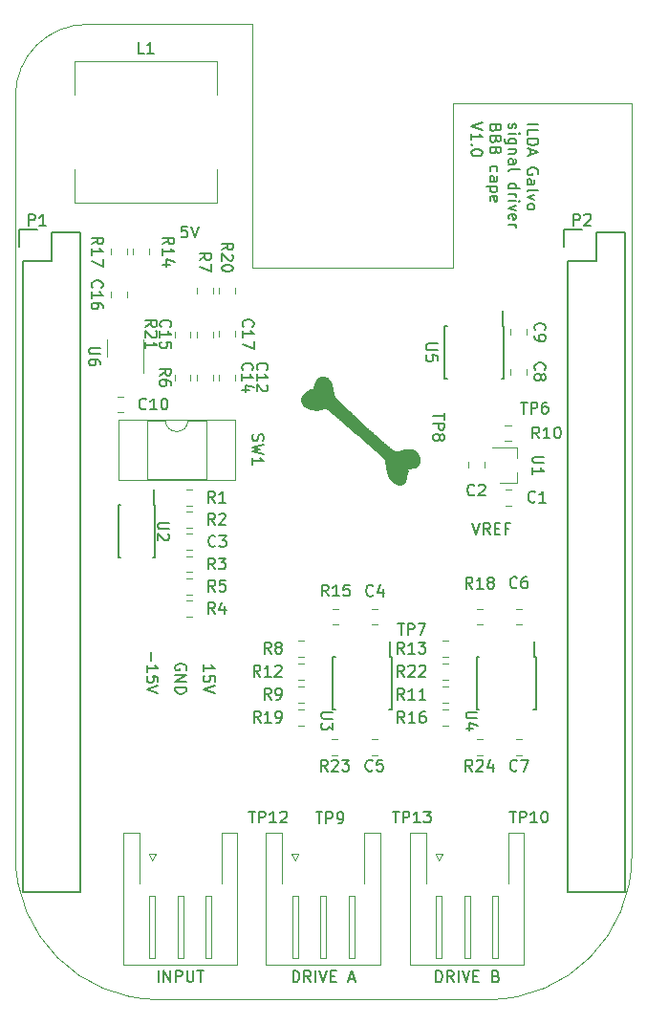
<source format=gbr>
G04 #@! TF.GenerationSoftware,KiCad,Pcbnew,5.1.5-52549c5~86~ubuntu18.04.1*
G04 #@! TF.CreationDate,2020-06-06T12:27:41+01:00*
G04 #@! TF.ProjectId,holobone,686f6c6f-626f-46e6-952e-6b696361645f,rev?*
G04 #@! TF.SameCoordinates,Original*
G04 #@! TF.FileFunction,Legend,Top*
G04 #@! TF.FilePolarity,Positive*
%FSLAX46Y46*%
G04 Gerber Fmt 4.6, Leading zero omitted, Abs format (unit mm)*
G04 Created by KiCad (PCBNEW 5.1.5-52549c5~86~ubuntu18.04.1) date 2020-06-06 12:27:41*
%MOMM*%
%LPD*%
G04 APERTURE LIST*
%ADD10C,0.150000*%
G04 #@! TA.AperFunction,Profile*
%ADD11C,0.002540*%
G04 #@! TD*
%ADD12C,0.010000*%
%ADD13C,0.120000*%
G04 APERTURE END LIST*
D10*
X159794719Y-51541995D02*
X160794719Y-51541995D01*
X159794719Y-52494376D02*
X159794719Y-52018185D01*
X160794719Y-52018185D01*
X159794719Y-52827709D02*
X160794719Y-52827709D01*
X160794719Y-53065804D01*
X160747100Y-53208661D01*
X160651861Y-53303900D01*
X160556623Y-53351519D01*
X160366147Y-53399138D01*
X160223290Y-53399138D01*
X160032814Y-53351519D01*
X159937576Y-53303900D01*
X159842338Y-53208661D01*
X159794719Y-53065804D01*
X159794719Y-52827709D01*
X160080433Y-53780090D02*
X160080433Y-54256280D01*
X159794719Y-53684852D02*
X160794719Y-54018185D01*
X159794719Y-54351519D01*
X160747100Y-55970566D02*
X160794719Y-55875328D01*
X160794719Y-55732471D01*
X160747100Y-55589614D01*
X160651861Y-55494376D01*
X160556623Y-55446757D01*
X160366147Y-55399138D01*
X160223290Y-55399138D01*
X160032814Y-55446757D01*
X159937576Y-55494376D01*
X159842338Y-55589614D01*
X159794719Y-55732471D01*
X159794719Y-55827709D01*
X159842338Y-55970566D01*
X159889957Y-56018185D01*
X160223290Y-56018185D01*
X160223290Y-55827709D01*
X159794719Y-56875328D02*
X160318528Y-56875328D01*
X160413766Y-56827709D01*
X160461385Y-56732471D01*
X160461385Y-56541995D01*
X160413766Y-56446757D01*
X159842338Y-56875328D02*
X159794719Y-56780090D01*
X159794719Y-56541995D01*
X159842338Y-56446757D01*
X159937576Y-56399138D01*
X160032814Y-56399138D01*
X160128052Y-56446757D01*
X160175671Y-56541995D01*
X160175671Y-56780090D01*
X160223290Y-56875328D01*
X159794719Y-57494376D02*
X159842338Y-57399138D01*
X159937576Y-57351519D01*
X160794719Y-57351519D01*
X160461385Y-57780090D02*
X159794719Y-58018185D01*
X160461385Y-58256280D01*
X159794719Y-58780090D02*
X159842338Y-58684852D01*
X159889957Y-58637233D01*
X159985195Y-58589614D01*
X160270909Y-58589614D01*
X160366147Y-58637233D01*
X160413766Y-58684852D01*
X160461385Y-58780090D01*
X160461385Y-58922947D01*
X160413766Y-59018185D01*
X160366147Y-59065804D01*
X160270909Y-59113423D01*
X159985195Y-59113423D01*
X159889957Y-59065804D01*
X159842338Y-59018185D01*
X159794719Y-58922947D01*
X159794719Y-58780090D01*
X158192338Y-51494376D02*
X158144719Y-51589614D01*
X158144719Y-51780090D01*
X158192338Y-51875328D01*
X158287576Y-51922947D01*
X158335195Y-51922947D01*
X158430433Y-51875328D01*
X158478052Y-51780090D01*
X158478052Y-51637233D01*
X158525671Y-51541995D01*
X158620909Y-51494376D01*
X158668528Y-51494376D01*
X158763766Y-51541995D01*
X158811385Y-51637233D01*
X158811385Y-51780090D01*
X158763766Y-51875328D01*
X158144719Y-52351519D02*
X158811385Y-52351519D01*
X159144719Y-52351519D02*
X159097100Y-52303900D01*
X159049480Y-52351519D01*
X159097100Y-52399138D01*
X159144719Y-52351519D01*
X159049480Y-52351519D01*
X158811385Y-53256280D02*
X158001861Y-53256280D01*
X157906623Y-53208661D01*
X157859004Y-53161042D01*
X157811385Y-53065804D01*
X157811385Y-52922947D01*
X157859004Y-52827709D01*
X158192338Y-53256280D02*
X158144719Y-53161042D01*
X158144719Y-52970566D01*
X158192338Y-52875328D01*
X158239957Y-52827709D01*
X158335195Y-52780090D01*
X158620909Y-52780090D01*
X158716147Y-52827709D01*
X158763766Y-52875328D01*
X158811385Y-52970566D01*
X158811385Y-53161042D01*
X158763766Y-53256280D01*
X158811385Y-53732471D02*
X158144719Y-53732471D01*
X158716147Y-53732471D02*
X158763766Y-53780090D01*
X158811385Y-53875328D01*
X158811385Y-54018185D01*
X158763766Y-54113423D01*
X158668528Y-54161042D01*
X158144719Y-54161042D01*
X158144719Y-55065804D02*
X158668528Y-55065804D01*
X158763766Y-55018185D01*
X158811385Y-54922947D01*
X158811385Y-54732471D01*
X158763766Y-54637233D01*
X158192338Y-55065804D02*
X158144719Y-54970566D01*
X158144719Y-54732471D01*
X158192338Y-54637233D01*
X158287576Y-54589614D01*
X158382814Y-54589614D01*
X158478052Y-54637233D01*
X158525671Y-54732471D01*
X158525671Y-54970566D01*
X158573290Y-55065804D01*
X158144719Y-55684852D02*
X158192338Y-55589614D01*
X158287576Y-55541995D01*
X159144719Y-55541995D01*
X158144719Y-57256280D02*
X159144719Y-57256280D01*
X158192338Y-57256280D02*
X158144719Y-57161042D01*
X158144719Y-56970566D01*
X158192338Y-56875328D01*
X158239957Y-56827709D01*
X158335195Y-56780090D01*
X158620909Y-56780090D01*
X158716147Y-56827709D01*
X158763766Y-56875328D01*
X158811385Y-56970566D01*
X158811385Y-57161042D01*
X158763766Y-57256280D01*
X158144719Y-57732471D02*
X158811385Y-57732471D01*
X158620909Y-57732471D02*
X158716147Y-57780090D01*
X158763766Y-57827709D01*
X158811385Y-57922947D01*
X158811385Y-58018185D01*
X158144719Y-58351519D02*
X158811385Y-58351519D01*
X159144719Y-58351519D02*
X159097100Y-58303900D01*
X159049480Y-58351519D01*
X159097100Y-58399138D01*
X159144719Y-58351519D01*
X159049480Y-58351519D01*
X158811385Y-58732471D02*
X158144719Y-58970566D01*
X158811385Y-59208661D01*
X158192338Y-59970566D02*
X158144719Y-59875328D01*
X158144719Y-59684852D01*
X158192338Y-59589614D01*
X158287576Y-59541995D01*
X158668528Y-59541995D01*
X158763766Y-59589614D01*
X158811385Y-59684852D01*
X158811385Y-59875328D01*
X158763766Y-59970566D01*
X158668528Y-60018185D01*
X158573290Y-60018185D01*
X158478052Y-59541995D01*
X158144719Y-60446757D02*
X158811385Y-60446757D01*
X158620909Y-60446757D02*
X158716147Y-60494376D01*
X158763766Y-60541995D01*
X158811385Y-60637233D01*
X158811385Y-60732471D01*
X157018528Y-51875328D02*
X156970909Y-52018185D01*
X156923290Y-52065804D01*
X156828052Y-52113423D01*
X156685195Y-52113423D01*
X156589957Y-52065804D01*
X156542338Y-52018185D01*
X156494719Y-51922947D01*
X156494719Y-51541995D01*
X157494719Y-51541995D01*
X157494719Y-51875328D01*
X157447100Y-51970566D01*
X157399480Y-52018185D01*
X157304242Y-52065804D01*
X157209004Y-52065804D01*
X157113766Y-52018185D01*
X157066147Y-51970566D01*
X157018528Y-51875328D01*
X157018528Y-51541995D01*
X157018528Y-52875328D02*
X156970909Y-53018185D01*
X156923290Y-53065804D01*
X156828052Y-53113423D01*
X156685195Y-53113423D01*
X156589957Y-53065804D01*
X156542338Y-53018185D01*
X156494719Y-52922947D01*
X156494719Y-52541995D01*
X157494719Y-52541995D01*
X157494719Y-52875328D01*
X157447100Y-52970566D01*
X157399480Y-53018185D01*
X157304242Y-53065804D01*
X157209004Y-53065804D01*
X157113766Y-53018185D01*
X157066147Y-52970566D01*
X157018528Y-52875328D01*
X157018528Y-52541995D01*
X157018528Y-53875328D02*
X156970909Y-54018185D01*
X156923290Y-54065804D01*
X156828052Y-54113423D01*
X156685195Y-54113423D01*
X156589957Y-54065804D01*
X156542338Y-54018185D01*
X156494719Y-53922947D01*
X156494719Y-53541995D01*
X157494719Y-53541995D01*
X157494719Y-53875328D01*
X157447100Y-53970566D01*
X157399480Y-54018185D01*
X157304242Y-54065804D01*
X157209004Y-54065804D01*
X157113766Y-54018185D01*
X157066147Y-53970566D01*
X157018528Y-53875328D01*
X157018528Y-53541995D01*
X156542338Y-55732471D02*
X156494719Y-55637233D01*
X156494719Y-55446757D01*
X156542338Y-55351519D01*
X156589957Y-55303900D01*
X156685195Y-55256280D01*
X156970909Y-55256280D01*
X157066147Y-55303900D01*
X157113766Y-55351519D01*
X157161385Y-55446757D01*
X157161385Y-55637233D01*
X157113766Y-55732471D01*
X156494719Y-56589614D02*
X157018528Y-56589614D01*
X157113766Y-56541995D01*
X157161385Y-56446757D01*
X157161385Y-56256280D01*
X157113766Y-56161042D01*
X156542338Y-56589614D02*
X156494719Y-56494376D01*
X156494719Y-56256280D01*
X156542338Y-56161042D01*
X156637576Y-56113423D01*
X156732814Y-56113423D01*
X156828052Y-56161042D01*
X156875671Y-56256280D01*
X156875671Y-56494376D01*
X156923290Y-56589614D01*
X157161385Y-57065804D02*
X156161385Y-57065804D01*
X157113766Y-57065804D02*
X157161385Y-57161042D01*
X157161385Y-57351519D01*
X157113766Y-57446757D01*
X157066147Y-57494376D01*
X156970909Y-57541995D01*
X156685195Y-57541995D01*
X156589957Y-57494376D01*
X156542338Y-57446757D01*
X156494719Y-57351519D01*
X156494719Y-57161042D01*
X156542338Y-57065804D01*
X156542338Y-58351519D02*
X156494719Y-58256280D01*
X156494719Y-58065804D01*
X156542338Y-57970566D01*
X156637576Y-57922947D01*
X157018528Y-57922947D01*
X157113766Y-57970566D01*
X157161385Y-58065804D01*
X157161385Y-58256280D01*
X157113766Y-58351519D01*
X157018528Y-58399138D01*
X156923290Y-58399138D01*
X156828052Y-57922947D01*
X155844719Y-51399138D02*
X154844719Y-51732471D01*
X155844719Y-52065804D01*
X154844719Y-52922947D02*
X154844719Y-52351519D01*
X154844719Y-52637233D02*
X155844719Y-52637233D01*
X155701861Y-52541995D01*
X155606623Y-52446757D01*
X155559004Y-52351519D01*
X154939957Y-53351519D02*
X154892338Y-53399138D01*
X154844719Y-53351519D01*
X154892338Y-53303900D01*
X154939957Y-53351519D01*
X154844719Y-53351519D01*
X155844719Y-54018185D02*
X155844719Y-54113423D01*
X155797100Y-54208661D01*
X155749480Y-54256280D01*
X155654242Y-54303900D01*
X155463766Y-54351519D01*
X155225671Y-54351519D01*
X155035195Y-54303900D01*
X154939957Y-54256280D01*
X154892338Y-54208661D01*
X154844719Y-54113423D01*
X154844719Y-54018185D01*
X154892338Y-53922947D01*
X154939957Y-53875328D01*
X155035195Y-53827709D01*
X155225671Y-53780090D01*
X155463766Y-53780090D01*
X155654242Y-53827709D01*
X155749480Y-53875328D01*
X155797100Y-53922947D01*
X155844719Y-54018185D01*
D11*
X114465100Y-116357400D02*
G75*
G03X127165100Y-129057400I12700000J0D01*
G01*
X156375100Y-129057400D02*
G75*
G03X169075100Y-116357400I0J12700000D01*
G01*
X120815100Y-42697400D02*
G75*
G03X114465100Y-49047400I0J-6350000D01*
G01*
X135420100Y-42697400D02*
X120815100Y-42697400D01*
X135420100Y-64287400D02*
X135420100Y-42697400D01*
X153200100Y-64287400D02*
X135420100Y-64287400D01*
X153200100Y-49682400D02*
X153200100Y-64287400D01*
X169075100Y-49682400D02*
X153200100Y-49682400D01*
X169075100Y-116357400D02*
X169075100Y-49682400D01*
X127165100Y-129057400D02*
X156375100Y-129057400D01*
X114465100Y-49047400D02*
X114465100Y-116357400D01*
D12*
G04 #@! TO.C, *
G36*
X150258088Y-81310460D02*
G01*
X150257205Y-81341103D01*
X150255462Y-81368917D01*
X150252684Y-81395651D01*
X150248696Y-81423056D01*
X150243322Y-81452882D01*
X150237700Y-81480653D01*
X150223832Y-81539235D01*
X150207988Y-81591944D01*
X150190079Y-81638972D01*
X150170015Y-81680508D01*
X150147710Y-81716742D01*
X150123074Y-81747866D01*
X150104982Y-81766173D01*
X150078518Y-81789162D01*
X150048394Y-81812925D01*
X150015692Y-81836768D01*
X149981493Y-81859993D01*
X149946879Y-81881905D01*
X149912932Y-81901809D01*
X149880732Y-81919008D01*
X149851361Y-81932807D01*
X149836870Y-81938670D01*
X149809209Y-81947675D01*
X149775843Y-81956107D01*
X149737398Y-81963868D01*
X149694500Y-81970862D01*
X149647778Y-81976992D01*
X149597856Y-81982162D01*
X149545363Y-81986273D01*
X149518478Y-81987895D01*
X149473154Y-81991277D01*
X149430758Y-81996501D01*
X149389487Y-82003922D01*
X149347537Y-82013895D01*
X149303103Y-82026774D01*
X149275800Y-82035610D01*
X149226448Y-82053244D01*
X149178437Y-82072632D01*
X149132293Y-82093460D01*
X149088544Y-82115412D01*
X149047715Y-82138174D01*
X149010332Y-82161431D01*
X148976921Y-82184867D01*
X148948008Y-82208169D01*
X148924120Y-82231021D01*
X148905783Y-82253108D01*
X148901304Y-82259756D01*
X148894554Y-82271241D01*
X148891873Y-82278446D01*
X148893297Y-82281995D01*
X148898862Y-82282513D01*
X148902577Y-82281952D01*
X148919089Y-82277249D01*
X148940345Y-82268462D01*
X148966261Y-82255630D01*
X148996752Y-82238793D01*
X149006674Y-82233028D01*
X149045005Y-82211079D01*
X149078732Y-82192992D01*
X149108207Y-82178659D01*
X149133782Y-82167972D01*
X149155810Y-82160822D01*
X149174641Y-82157101D01*
X149190628Y-82156700D01*
X149204123Y-82159511D01*
X149215478Y-82165425D01*
X149218497Y-82167770D01*
X149227611Y-82178371D01*
X149232362Y-82191466D01*
X149232721Y-82207482D01*
X149228662Y-82226846D01*
X149220157Y-82249986D01*
X149212011Y-82267704D01*
X149202702Y-82287818D01*
X149193600Y-82309784D01*
X149184596Y-82334004D01*
X149175582Y-82360881D01*
X149166449Y-82390817D01*
X149157088Y-82424215D01*
X149147392Y-82461476D01*
X149137251Y-82503005D01*
X149126557Y-82549203D01*
X149115201Y-82600472D01*
X149103074Y-82657215D01*
X149090269Y-82718858D01*
X149078917Y-82773634D01*
X149068471Y-82822879D01*
X149058757Y-82867321D01*
X149049602Y-82907687D01*
X149040833Y-82944705D01*
X149032278Y-82979101D01*
X149023763Y-83011603D01*
X149015115Y-83042938D01*
X149006161Y-83073833D01*
X149004400Y-83079749D01*
X148990967Y-83121918D01*
X148977246Y-83158820D01*
X148962624Y-83191527D01*
X148946486Y-83221114D01*
X148928216Y-83248654D01*
X148907201Y-83275221D01*
X148882825Y-83301888D01*
X148869614Y-83315175D01*
X148838388Y-83343909D01*
X148807409Y-83368133D01*
X148774672Y-83389274D01*
X148738171Y-83408758D01*
X148737638Y-83409019D01*
X148706540Y-83423374D01*
X148677866Y-83434625D01*
X148649097Y-83443657D01*
X148617720Y-83451357D01*
X148616988Y-83451517D01*
X148560339Y-83460648D01*
X148502001Y-83463888D01*
X148442273Y-83461376D01*
X148381456Y-83453251D01*
X148319848Y-83439654D01*
X148257748Y-83420723D01*
X148195457Y-83396598D01*
X148133274Y-83367419D01*
X148071498Y-83333324D01*
X148010429Y-83294453D01*
X147950366Y-83250946D01*
X147891609Y-83202941D01*
X147834457Y-83150579D01*
X147779209Y-83093999D01*
X147730830Y-83038950D01*
X147701734Y-83003118D01*
X147674299Y-82967098D01*
X147647625Y-82929609D01*
X147620817Y-82889369D01*
X147592977Y-82845097D01*
X147579563Y-82823004D01*
X147551360Y-82774742D01*
X147525937Y-82728187D01*
X147502924Y-82682400D01*
X147481945Y-82636443D01*
X147462627Y-82589378D01*
X147444598Y-82540264D01*
X147427484Y-82488165D01*
X147410911Y-82432140D01*
X147394506Y-82371252D01*
X147385110Y-82334100D01*
X147366152Y-82254528D01*
X147347365Y-82169755D01*
X147328950Y-82080925D01*
X147311107Y-81989188D01*
X147294039Y-81895689D01*
X147277945Y-81801576D01*
X147263027Y-81707997D01*
X147249485Y-81616098D01*
X147237520Y-81527026D01*
X147227333Y-81441930D01*
X147224735Y-81418112D01*
X147222009Y-81393223D01*
X147219237Y-81369168D01*
X147216552Y-81347023D01*
X147214089Y-81327867D01*
X147211983Y-81312777D01*
X147210369Y-81302830D01*
X147210252Y-81302225D01*
X147203421Y-81278194D01*
X147192383Y-81252292D01*
X147178080Y-81226366D01*
X147161451Y-81202262D01*
X147155758Y-81195195D01*
X147149051Y-81187679D01*
X147138196Y-81176124D01*
X147123591Y-81160923D01*
X147105631Y-81142474D01*
X147084714Y-81121170D01*
X147061236Y-81097409D01*
X147035593Y-81071586D01*
X147008182Y-81044095D01*
X146979400Y-81015334D01*
X146949643Y-80985696D01*
X146919307Y-80955578D01*
X146888789Y-80925376D01*
X146858486Y-80895485D01*
X146828794Y-80866300D01*
X146800110Y-80838217D01*
X146772830Y-80811631D01*
X146747351Y-80786939D01*
X146724069Y-80764536D01*
X146723100Y-80763608D01*
X146700722Y-80742356D01*
X146676641Y-80719849D01*
X146650519Y-80695783D01*
X146622018Y-80669858D01*
X146590802Y-80641772D01*
X146556532Y-80611223D01*
X146518872Y-80577910D01*
X146477483Y-80541530D01*
X146432029Y-80501783D01*
X146382171Y-80458366D01*
X146362738Y-80441483D01*
X146346515Y-80427396D01*
X146325642Y-80409272D01*
X146300264Y-80387235D01*
X146270525Y-80361411D01*
X146236570Y-80331927D01*
X146198545Y-80298907D01*
X146156593Y-80262477D01*
X146110859Y-80222763D01*
X146061487Y-80179890D01*
X146008624Y-80133984D01*
X145952412Y-80085171D01*
X145892997Y-80033577D01*
X145830524Y-79979326D01*
X145765137Y-79922545D01*
X145696981Y-79863359D01*
X145626200Y-79801894D01*
X145552939Y-79738275D01*
X145477343Y-79672628D01*
X145399557Y-79605079D01*
X145319724Y-79535753D01*
X145237991Y-79464777D01*
X145154501Y-79392274D01*
X145069399Y-79318372D01*
X144982829Y-79243196D01*
X144894938Y-79166871D01*
X144805868Y-79089523D01*
X144715765Y-79011278D01*
X144624774Y-78932261D01*
X144533039Y-78852598D01*
X144440704Y-78772415D01*
X144381538Y-78721035D01*
X144290392Y-78641889D01*
X144200285Y-78563653D01*
X144111340Y-78486437D01*
X144023684Y-78410347D01*
X143937440Y-78335493D01*
X143852735Y-78261983D01*
X143769692Y-78189926D01*
X143688438Y-78119428D01*
X143609096Y-78050600D01*
X143531792Y-77983548D01*
X143456651Y-77918382D01*
X143383798Y-77855210D01*
X143313357Y-77794140D01*
X143245455Y-77735279D01*
X143180215Y-77678738D01*
X143117764Y-77624623D01*
X143058224Y-77573043D01*
X143001723Y-77524107D01*
X142948385Y-77477923D01*
X142898334Y-77434598D01*
X142851696Y-77394242D01*
X142808596Y-77356963D01*
X142769158Y-77322869D01*
X142733508Y-77292068D01*
X142701771Y-77264668D01*
X142674071Y-77240778D01*
X142650534Y-77220507D01*
X142631285Y-77203961D01*
X142616448Y-77191251D01*
X142606149Y-77182484D01*
X142600512Y-77177768D01*
X142600363Y-77177647D01*
X142563400Y-77147824D01*
X142524295Y-77116429D01*
X142483468Y-77083793D01*
X142441342Y-77050245D01*
X142398339Y-77016116D01*
X142354880Y-76981736D01*
X142311389Y-76947435D01*
X142268285Y-76913545D01*
X142225993Y-76880394D01*
X142184933Y-76848314D01*
X142145527Y-76817634D01*
X142108198Y-76788686D01*
X142073367Y-76761799D01*
X142041457Y-76737303D01*
X142012889Y-76715530D01*
X141988085Y-76696809D01*
X141967467Y-76681470D01*
X141954172Y-76671786D01*
X141937899Y-76660228D01*
X141925719Y-76651974D01*
X141916662Y-76646489D01*
X141909761Y-76643242D01*
X141904049Y-76641698D01*
X141898861Y-76641325D01*
X141886066Y-76642636D01*
X141868504Y-76646605D01*
X141846021Y-76653281D01*
X141818468Y-76662717D01*
X141785693Y-76674962D01*
X141747543Y-76690068D01*
X141719359Y-76701625D01*
X141667435Y-76722306D01*
X141616553Y-76740734D01*
X141565241Y-76757357D01*
X141512029Y-76772622D01*
X141455448Y-76786977D01*
X141394027Y-76800871D01*
X141392275Y-76801246D01*
X141353953Y-76809110D01*
X141319894Y-76815268D01*
X141288309Y-76819939D01*
X141257411Y-76823340D01*
X141225410Y-76825690D01*
X141190520Y-76827208D01*
X141176375Y-76827606D01*
X141110610Y-76828129D01*
X141042972Y-76826585D01*
X140974783Y-76823081D01*
X140907366Y-76817724D01*
X140842043Y-76810620D01*
X140780134Y-76801876D01*
X140722963Y-76791600D01*
X140717588Y-76790499D01*
X140616314Y-76767177D01*
X140520018Y-76740257D01*
X140428752Y-76709762D01*
X140342567Y-76675713D01*
X140261515Y-76638132D01*
X140185648Y-76597042D01*
X140115018Y-76552464D01*
X140058775Y-76511565D01*
X140025338Y-76483337D01*
X139991635Y-76450661D01*
X139958539Y-76414634D01*
X139926922Y-76376354D01*
X139897654Y-76336920D01*
X139871609Y-76297428D01*
X139849657Y-76258978D01*
X139836436Y-76231555D01*
X139816711Y-76181864D01*
X139801617Y-76132690D01*
X139790850Y-76082595D01*
X139784108Y-76030143D01*
X139781089Y-75973897D01*
X139780984Y-75968225D01*
X139780736Y-75947778D01*
X139780643Y-75928835D01*
X139780701Y-75912561D01*
X139780904Y-75900120D01*
X139781247Y-75892676D01*
X139781315Y-75892025D01*
X139789586Y-75835423D01*
X139800177Y-75783486D01*
X139813480Y-75734827D01*
X139829886Y-75688060D01*
X139849788Y-75641799D01*
X139855387Y-75630087D01*
X139870583Y-75600906D01*
X139888202Y-75570415D01*
X139907100Y-75540426D01*
X139926137Y-75512749D01*
X139944170Y-75489195D01*
X139944495Y-75488800D01*
X139982117Y-75445744D01*
X140025178Y-75401199D01*
X140073088Y-75355671D01*
X140125257Y-75309663D01*
X140181095Y-75263679D01*
X140240012Y-75218224D01*
X140301418Y-75173802D01*
X140358020Y-75135324D01*
X140410123Y-75101900D01*
X140459466Y-75072152D01*
X140505833Y-75046176D01*
X140549007Y-75024072D01*
X140588772Y-75005937D01*
X140624911Y-74991869D01*
X140657209Y-74981966D01*
X140685450Y-74976326D01*
X140709415Y-74975048D01*
X140711507Y-74975160D01*
X140734059Y-74979307D01*
X140752936Y-74988194D01*
X140767809Y-75001163D01*
X140778348Y-75017556D01*
X140784225Y-75036718D01*
X140785111Y-75057989D01*
X140780676Y-75080713D01*
X140773415Y-75098814D01*
X140765614Y-75113315D01*
X140756322Y-75127884D01*
X140744962Y-75143222D01*
X140730956Y-75160028D01*
X140713727Y-75179003D01*
X140692698Y-75200847D01*
X140673101Y-75220512D01*
X140657200Y-75236349D01*
X140642630Y-75250972D01*
X140630052Y-75263708D01*
X140620130Y-75273883D01*
X140613527Y-75280822D01*
X140611060Y-75283614D01*
X140611092Y-75285394D01*
X140615580Y-75284331D01*
X140623577Y-75280915D01*
X140634135Y-75275639D01*
X140646305Y-75268992D01*
X140659141Y-75261466D01*
X140671695Y-75253552D01*
X140679990Y-75247914D01*
X140701581Y-75231234D01*
X140724343Y-75211125D01*
X140747117Y-75188810D01*
X140768749Y-75165514D01*
X140788080Y-75142459D01*
X140803956Y-75120870D01*
X140811571Y-75108729D01*
X140819217Y-75093070D01*
X140827708Y-75071229D01*
X140837014Y-75043312D01*
X140847103Y-75009427D01*
X140857943Y-74969679D01*
X140869503Y-74924176D01*
X140881751Y-74873023D01*
X140884370Y-74861737D01*
X140902370Y-74785793D01*
X140920008Y-74715619D01*
X140937464Y-74650661D01*
X140954920Y-74590362D01*
X140972556Y-74534165D01*
X140990555Y-74481517D01*
X141009097Y-74431859D01*
X141028364Y-74384637D01*
X141048536Y-74339295D01*
X141067552Y-74299762D01*
X141092706Y-74251588D01*
X141117698Y-74208766D01*
X141143285Y-74170369D01*
X141170228Y-74135465D01*
X141199283Y-74103125D01*
X141231210Y-74072420D01*
X141266766Y-74042419D01*
X141295438Y-74020439D01*
X141331026Y-73995121D01*
X141363912Y-73974120D01*
X141395430Y-73956852D01*
X141426915Y-73942732D01*
X141459701Y-73931175D01*
X141495121Y-73921596D01*
X141534511Y-73913410D01*
X141543107Y-73911866D01*
X141554432Y-73910110D01*
X141566626Y-73908746D01*
X141580636Y-73907730D01*
X141597407Y-73907022D01*
X141617884Y-73906579D01*
X141643013Y-73906357D01*
X141666913Y-73906311D01*
X141695340Y-73906374D01*
X141718539Y-73906593D01*
X141737631Y-73907025D01*
X141753738Y-73907730D01*
X141767980Y-73908765D01*
X141781480Y-73910188D01*
X141795357Y-73912059D01*
X141804686Y-73913476D01*
X141861722Y-73924107D01*
X141916075Y-73937642D01*
X141967037Y-73953833D01*
X142013901Y-73972431D01*
X142055960Y-73993191D01*
X142087600Y-74012483D01*
X142099460Y-74020885D01*
X142110902Y-74029896D01*
X142122369Y-74040012D01*
X142134299Y-74051731D01*
X142147135Y-74065550D01*
X142161316Y-74081967D01*
X142177285Y-74101477D01*
X142195480Y-74124579D01*
X142216344Y-74151771D01*
X142240316Y-74183548D01*
X142246243Y-74191460D01*
X142275148Y-74230468D01*
X142300378Y-74265424D01*
X142322395Y-74297097D01*
X142341659Y-74326255D01*
X142358631Y-74353667D01*
X142373770Y-74380100D01*
X142387538Y-74406323D01*
X142400395Y-74433103D01*
X142412801Y-74461209D01*
X142423486Y-74487087D01*
X142438274Y-74525069D01*
X142452410Y-74563979D01*
X142466018Y-74604291D01*
X142479220Y-74646483D01*
X142492138Y-74691032D01*
X142504895Y-74738413D01*
X142517614Y-74789104D01*
X142530417Y-74843582D01*
X142543427Y-74902322D01*
X142556766Y-74965802D01*
X142570556Y-75034498D01*
X142584921Y-75108887D01*
X142589216Y-75131612D01*
X142602959Y-75204281D01*
X142615741Y-75271090D01*
X142627555Y-75331993D01*
X142638391Y-75386947D01*
X142648240Y-75435908D01*
X142657093Y-75478833D01*
X142664942Y-75515677D01*
X142671777Y-75546397D01*
X142677589Y-75570949D01*
X142682370Y-75589289D01*
X142683138Y-75591987D01*
X142686448Y-75603134D01*
X142689797Y-75613390D01*
X142693476Y-75623111D01*
X142697777Y-75632652D01*
X142702993Y-75642367D01*
X142709413Y-75652611D01*
X142717332Y-75663739D01*
X142727040Y-75676105D01*
X142738830Y-75690066D01*
X142752993Y-75705974D01*
X142769820Y-75724186D01*
X142789605Y-75745056D01*
X142812639Y-75768939D01*
X142839213Y-75796189D01*
X142869620Y-75827162D01*
X142904151Y-75862212D01*
X142911724Y-75869891D01*
X142962541Y-75921296D01*
X143015752Y-75974897D01*
X143071013Y-76030359D01*
X143127981Y-76087346D01*
X143186314Y-76145519D01*
X143245667Y-76204544D01*
X143305700Y-76264082D01*
X143366068Y-76323799D01*
X143426428Y-76383356D01*
X143486439Y-76442417D01*
X143545757Y-76500647D01*
X143604038Y-76557707D01*
X143660941Y-76613262D01*
X143716122Y-76666975D01*
X143769238Y-76718509D01*
X143819947Y-76767527D01*
X143867905Y-76813694D01*
X143912770Y-76856672D01*
X143954199Y-76896124D01*
X143991848Y-76931715D01*
X144024447Y-76962243D01*
X144048450Y-76984672D01*
X144075682Y-77010254D01*
X144104807Y-77037725D01*
X144134491Y-77065824D01*
X144163399Y-77093288D01*
X144190197Y-77118854D01*
X144203738Y-77131828D01*
X144220840Y-77148209D01*
X144241983Y-77168405D01*
X144266594Y-77191870D01*
X144294098Y-77218058D01*
X144323919Y-77246423D01*
X144355486Y-77276418D01*
X144388221Y-77307499D01*
X144421553Y-77339119D01*
X144454905Y-77370731D01*
X144487704Y-77401791D01*
X144494250Y-77407987D01*
X144528235Y-77440151D01*
X144563907Y-77473919D01*
X144600561Y-77508625D01*
X144637495Y-77543602D01*
X144674004Y-77578183D01*
X144709384Y-77611701D01*
X144742931Y-77643489D01*
X144773941Y-77672881D01*
X144801711Y-77699209D01*
X144824450Y-77720777D01*
X144863481Y-77757791D01*
X144900300Y-77792664D01*
X144935196Y-77825658D01*
X144968458Y-77857035D01*
X145000372Y-77887056D01*
X145031229Y-77915981D01*
X145061317Y-77944073D01*
X145090923Y-77971592D01*
X145120336Y-77998800D01*
X145149845Y-78025958D01*
X145179739Y-78053328D01*
X145210304Y-78081170D01*
X145241831Y-78109746D01*
X145274607Y-78139317D01*
X145308921Y-78170145D01*
X145345060Y-78202490D01*
X145383315Y-78236615D01*
X145423972Y-78272779D01*
X145467321Y-78311246D01*
X145513649Y-78352275D01*
X145563246Y-78396129D01*
X145616399Y-78443068D01*
X145673397Y-78493354D01*
X145734529Y-78547247D01*
X145800082Y-78605010D01*
X145815050Y-78618197D01*
X145878254Y-78673875D01*
X145943660Y-78731494D01*
X146011015Y-78790832D01*
X146080071Y-78851668D01*
X146150575Y-78913780D01*
X146222277Y-78976948D01*
X146294926Y-79040951D01*
X146368271Y-79105567D01*
X146442060Y-79170576D01*
X146516044Y-79235756D01*
X146589971Y-79300887D01*
X146663589Y-79365746D01*
X146736649Y-79430114D01*
X146808900Y-79493768D01*
X146880089Y-79556489D01*
X146949968Y-79618055D01*
X147018283Y-79678244D01*
X147084785Y-79736836D01*
X147149223Y-79793609D01*
X147211345Y-79848343D01*
X147270901Y-79900817D01*
X147327640Y-79950809D01*
X147381310Y-79998098D01*
X147431661Y-80042463D01*
X147478443Y-80083683D01*
X147521403Y-80121538D01*
X147560292Y-80155805D01*
X147594857Y-80186264D01*
X147618115Y-80206759D01*
X147645926Y-80231180D01*
X147672874Y-80254673D01*
X147698489Y-80276840D01*
X147722300Y-80297281D01*
X147743837Y-80315597D01*
X147762631Y-80331388D01*
X147778210Y-80344256D01*
X147790106Y-80353801D01*
X147797847Y-80359624D01*
X147799090Y-80360459D01*
X147838142Y-80384637D01*
X147877944Y-80407618D01*
X147917755Y-80429057D01*
X147956834Y-80448609D01*
X147994438Y-80465930D01*
X148029828Y-80480674D01*
X148062260Y-80492498D01*
X148090994Y-80501056D01*
X148110575Y-80505279D01*
X148120389Y-80506483D01*
X148135117Y-80507721D01*
X148153326Y-80508897D01*
X148173583Y-80509920D01*
X148193434Y-80510665D01*
X148219322Y-80511219D01*
X148243757Y-80511154D01*
X148267378Y-80510357D01*
X148290826Y-80508715D01*
X148314737Y-80506115D01*
X148339753Y-80502443D01*
X148366511Y-80497587D01*
X148395651Y-80491433D01*
X148427812Y-80483868D01*
X148463633Y-80474779D01*
X148503753Y-80464053D01*
X148548811Y-80451576D01*
X148585238Y-80441284D01*
X148661481Y-80420068D01*
X148732598Y-80401282D01*
X148799277Y-80384799D01*
X148862206Y-80370491D01*
X148922072Y-80358232D01*
X148979563Y-80347895D01*
X149035365Y-80339353D01*
X149090167Y-80332480D01*
X149144656Y-80327148D01*
X149199519Y-80323231D01*
X149234948Y-80321417D01*
X149323729Y-80319915D01*
X149408538Y-80323366D01*
X149489378Y-80331770D01*
X149566252Y-80345127D01*
X149639163Y-80363437D01*
X149708114Y-80386703D01*
X149772688Y-80414718D01*
X149833813Y-80447925D01*
X149892057Y-80486528D01*
X149946993Y-80530082D01*
X149998189Y-80578146D01*
X150045217Y-80630276D01*
X150087646Y-80686029D01*
X150125048Y-80744963D01*
X150156992Y-80806633D01*
X150160736Y-80814862D01*
X150173281Y-80843869D01*
X150184427Y-80871983D01*
X150194433Y-80900133D01*
X150203558Y-80929248D01*
X150212060Y-80960256D01*
X150220198Y-80994086D01*
X150228231Y-81031666D01*
X150236417Y-81073925D01*
X150242970Y-81110137D01*
X150258111Y-81195862D01*
X150258287Y-81275237D01*
X150258088Y-81310460D01*
G37*
X150258088Y-81310460D02*
X150257205Y-81341103D01*
X150255462Y-81368917D01*
X150252684Y-81395651D01*
X150248696Y-81423056D01*
X150243322Y-81452882D01*
X150237700Y-81480653D01*
X150223832Y-81539235D01*
X150207988Y-81591944D01*
X150190079Y-81638972D01*
X150170015Y-81680508D01*
X150147710Y-81716742D01*
X150123074Y-81747866D01*
X150104982Y-81766173D01*
X150078518Y-81789162D01*
X150048394Y-81812925D01*
X150015692Y-81836768D01*
X149981493Y-81859993D01*
X149946879Y-81881905D01*
X149912932Y-81901809D01*
X149880732Y-81919008D01*
X149851361Y-81932807D01*
X149836870Y-81938670D01*
X149809209Y-81947675D01*
X149775843Y-81956107D01*
X149737398Y-81963868D01*
X149694500Y-81970862D01*
X149647778Y-81976992D01*
X149597856Y-81982162D01*
X149545363Y-81986273D01*
X149518478Y-81987895D01*
X149473154Y-81991277D01*
X149430758Y-81996501D01*
X149389487Y-82003922D01*
X149347537Y-82013895D01*
X149303103Y-82026774D01*
X149275800Y-82035610D01*
X149226448Y-82053244D01*
X149178437Y-82072632D01*
X149132293Y-82093460D01*
X149088544Y-82115412D01*
X149047715Y-82138174D01*
X149010332Y-82161431D01*
X148976921Y-82184867D01*
X148948008Y-82208169D01*
X148924120Y-82231021D01*
X148905783Y-82253108D01*
X148901304Y-82259756D01*
X148894554Y-82271241D01*
X148891873Y-82278446D01*
X148893297Y-82281995D01*
X148898862Y-82282513D01*
X148902577Y-82281952D01*
X148919089Y-82277249D01*
X148940345Y-82268462D01*
X148966261Y-82255630D01*
X148996752Y-82238793D01*
X149006674Y-82233028D01*
X149045005Y-82211079D01*
X149078732Y-82192992D01*
X149108207Y-82178659D01*
X149133782Y-82167972D01*
X149155810Y-82160822D01*
X149174641Y-82157101D01*
X149190628Y-82156700D01*
X149204123Y-82159511D01*
X149215478Y-82165425D01*
X149218497Y-82167770D01*
X149227611Y-82178371D01*
X149232362Y-82191466D01*
X149232721Y-82207482D01*
X149228662Y-82226846D01*
X149220157Y-82249986D01*
X149212011Y-82267704D01*
X149202702Y-82287818D01*
X149193600Y-82309784D01*
X149184596Y-82334004D01*
X149175582Y-82360881D01*
X149166449Y-82390817D01*
X149157088Y-82424215D01*
X149147392Y-82461476D01*
X149137251Y-82503005D01*
X149126557Y-82549203D01*
X149115201Y-82600472D01*
X149103074Y-82657215D01*
X149090269Y-82718858D01*
X149078917Y-82773634D01*
X149068471Y-82822879D01*
X149058757Y-82867321D01*
X149049602Y-82907687D01*
X149040833Y-82944705D01*
X149032278Y-82979101D01*
X149023763Y-83011603D01*
X149015115Y-83042938D01*
X149006161Y-83073833D01*
X149004400Y-83079749D01*
X148990967Y-83121918D01*
X148977246Y-83158820D01*
X148962624Y-83191527D01*
X148946486Y-83221114D01*
X148928216Y-83248654D01*
X148907201Y-83275221D01*
X148882825Y-83301888D01*
X148869614Y-83315175D01*
X148838388Y-83343909D01*
X148807409Y-83368133D01*
X148774672Y-83389274D01*
X148738171Y-83408758D01*
X148737638Y-83409019D01*
X148706540Y-83423374D01*
X148677866Y-83434625D01*
X148649097Y-83443657D01*
X148617720Y-83451357D01*
X148616988Y-83451517D01*
X148560339Y-83460648D01*
X148502001Y-83463888D01*
X148442273Y-83461376D01*
X148381456Y-83453251D01*
X148319848Y-83439654D01*
X148257748Y-83420723D01*
X148195457Y-83396598D01*
X148133274Y-83367419D01*
X148071498Y-83333324D01*
X148010429Y-83294453D01*
X147950366Y-83250946D01*
X147891609Y-83202941D01*
X147834457Y-83150579D01*
X147779209Y-83093999D01*
X147730830Y-83038950D01*
X147701734Y-83003118D01*
X147674299Y-82967098D01*
X147647625Y-82929609D01*
X147620817Y-82889369D01*
X147592977Y-82845097D01*
X147579563Y-82823004D01*
X147551360Y-82774742D01*
X147525937Y-82728187D01*
X147502924Y-82682400D01*
X147481945Y-82636443D01*
X147462627Y-82589378D01*
X147444598Y-82540264D01*
X147427484Y-82488165D01*
X147410911Y-82432140D01*
X147394506Y-82371252D01*
X147385110Y-82334100D01*
X147366152Y-82254528D01*
X147347365Y-82169755D01*
X147328950Y-82080925D01*
X147311107Y-81989188D01*
X147294039Y-81895689D01*
X147277945Y-81801576D01*
X147263027Y-81707997D01*
X147249485Y-81616098D01*
X147237520Y-81527026D01*
X147227333Y-81441930D01*
X147224735Y-81418112D01*
X147222009Y-81393223D01*
X147219237Y-81369168D01*
X147216552Y-81347023D01*
X147214089Y-81327867D01*
X147211983Y-81312777D01*
X147210369Y-81302830D01*
X147210252Y-81302225D01*
X147203421Y-81278194D01*
X147192383Y-81252292D01*
X147178080Y-81226366D01*
X147161451Y-81202262D01*
X147155758Y-81195195D01*
X147149051Y-81187679D01*
X147138196Y-81176124D01*
X147123591Y-81160923D01*
X147105631Y-81142474D01*
X147084714Y-81121170D01*
X147061236Y-81097409D01*
X147035593Y-81071586D01*
X147008182Y-81044095D01*
X146979400Y-81015334D01*
X146949643Y-80985696D01*
X146919307Y-80955578D01*
X146888789Y-80925376D01*
X146858486Y-80895485D01*
X146828794Y-80866300D01*
X146800110Y-80838217D01*
X146772830Y-80811631D01*
X146747351Y-80786939D01*
X146724069Y-80764536D01*
X146723100Y-80763608D01*
X146700722Y-80742356D01*
X146676641Y-80719849D01*
X146650519Y-80695783D01*
X146622018Y-80669858D01*
X146590802Y-80641772D01*
X146556532Y-80611223D01*
X146518872Y-80577910D01*
X146477483Y-80541530D01*
X146432029Y-80501783D01*
X146382171Y-80458366D01*
X146362738Y-80441483D01*
X146346515Y-80427396D01*
X146325642Y-80409272D01*
X146300264Y-80387235D01*
X146270525Y-80361411D01*
X146236570Y-80331927D01*
X146198545Y-80298907D01*
X146156593Y-80262477D01*
X146110859Y-80222763D01*
X146061487Y-80179890D01*
X146008624Y-80133984D01*
X145952412Y-80085171D01*
X145892997Y-80033577D01*
X145830524Y-79979326D01*
X145765137Y-79922545D01*
X145696981Y-79863359D01*
X145626200Y-79801894D01*
X145552939Y-79738275D01*
X145477343Y-79672628D01*
X145399557Y-79605079D01*
X145319724Y-79535753D01*
X145237991Y-79464777D01*
X145154501Y-79392274D01*
X145069399Y-79318372D01*
X144982829Y-79243196D01*
X144894938Y-79166871D01*
X144805868Y-79089523D01*
X144715765Y-79011278D01*
X144624774Y-78932261D01*
X144533039Y-78852598D01*
X144440704Y-78772415D01*
X144381538Y-78721035D01*
X144290392Y-78641889D01*
X144200285Y-78563653D01*
X144111340Y-78486437D01*
X144023684Y-78410347D01*
X143937440Y-78335493D01*
X143852735Y-78261983D01*
X143769692Y-78189926D01*
X143688438Y-78119428D01*
X143609096Y-78050600D01*
X143531792Y-77983548D01*
X143456651Y-77918382D01*
X143383798Y-77855210D01*
X143313357Y-77794140D01*
X143245455Y-77735279D01*
X143180215Y-77678738D01*
X143117764Y-77624623D01*
X143058224Y-77573043D01*
X143001723Y-77524107D01*
X142948385Y-77477923D01*
X142898334Y-77434598D01*
X142851696Y-77394242D01*
X142808596Y-77356963D01*
X142769158Y-77322869D01*
X142733508Y-77292068D01*
X142701771Y-77264668D01*
X142674071Y-77240778D01*
X142650534Y-77220507D01*
X142631285Y-77203961D01*
X142616448Y-77191251D01*
X142606149Y-77182484D01*
X142600512Y-77177768D01*
X142600363Y-77177647D01*
X142563400Y-77147824D01*
X142524295Y-77116429D01*
X142483468Y-77083793D01*
X142441342Y-77050245D01*
X142398339Y-77016116D01*
X142354880Y-76981736D01*
X142311389Y-76947435D01*
X142268285Y-76913545D01*
X142225993Y-76880394D01*
X142184933Y-76848314D01*
X142145527Y-76817634D01*
X142108198Y-76788686D01*
X142073367Y-76761799D01*
X142041457Y-76737303D01*
X142012889Y-76715530D01*
X141988085Y-76696809D01*
X141967467Y-76681470D01*
X141954172Y-76671786D01*
X141937899Y-76660228D01*
X141925719Y-76651974D01*
X141916662Y-76646489D01*
X141909761Y-76643242D01*
X141904049Y-76641698D01*
X141898861Y-76641325D01*
X141886066Y-76642636D01*
X141868504Y-76646605D01*
X141846021Y-76653281D01*
X141818468Y-76662717D01*
X141785693Y-76674962D01*
X141747543Y-76690068D01*
X141719359Y-76701625D01*
X141667435Y-76722306D01*
X141616553Y-76740734D01*
X141565241Y-76757357D01*
X141512029Y-76772622D01*
X141455448Y-76786977D01*
X141394027Y-76800871D01*
X141392275Y-76801246D01*
X141353953Y-76809110D01*
X141319894Y-76815268D01*
X141288309Y-76819939D01*
X141257411Y-76823340D01*
X141225410Y-76825690D01*
X141190520Y-76827208D01*
X141176375Y-76827606D01*
X141110610Y-76828129D01*
X141042972Y-76826585D01*
X140974783Y-76823081D01*
X140907366Y-76817724D01*
X140842043Y-76810620D01*
X140780134Y-76801876D01*
X140722963Y-76791600D01*
X140717588Y-76790499D01*
X140616314Y-76767177D01*
X140520018Y-76740257D01*
X140428752Y-76709762D01*
X140342567Y-76675713D01*
X140261515Y-76638132D01*
X140185648Y-76597042D01*
X140115018Y-76552464D01*
X140058775Y-76511565D01*
X140025338Y-76483337D01*
X139991635Y-76450661D01*
X139958539Y-76414634D01*
X139926922Y-76376354D01*
X139897654Y-76336920D01*
X139871609Y-76297428D01*
X139849657Y-76258978D01*
X139836436Y-76231555D01*
X139816711Y-76181864D01*
X139801617Y-76132690D01*
X139790850Y-76082595D01*
X139784108Y-76030143D01*
X139781089Y-75973897D01*
X139780984Y-75968225D01*
X139780736Y-75947778D01*
X139780643Y-75928835D01*
X139780701Y-75912561D01*
X139780904Y-75900120D01*
X139781247Y-75892676D01*
X139781315Y-75892025D01*
X139789586Y-75835423D01*
X139800177Y-75783486D01*
X139813480Y-75734827D01*
X139829886Y-75688060D01*
X139849788Y-75641799D01*
X139855387Y-75630087D01*
X139870583Y-75600906D01*
X139888202Y-75570415D01*
X139907100Y-75540426D01*
X139926137Y-75512749D01*
X139944170Y-75489195D01*
X139944495Y-75488800D01*
X139982117Y-75445744D01*
X140025178Y-75401199D01*
X140073088Y-75355671D01*
X140125257Y-75309663D01*
X140181095Y-75263679D01*
X140240012Y-75218224D01*
X140301418Y-75173802D01*
X140358020Y-75135324D01*
X140410123Y-75101900D01*
X140459466Y-75072152D01*
X140505833Y-75046176D01*
X140549007Y-75024072D01*
X140588772Y-75005937D01*
X140624911Y-74991869D01*
X140657209Y-74981966D01*
X140685450Y-74976326D01*
X140709415Y-74975048D01*
X140711507Y-74975160D01*
X140734059Y-74979307D01*
X140752936Y-74988194D01*
X140767809Y-75001163D01*
X140778348Y-75017556D01*
X140784225Y-75036718D01*
X140785111Y-75057989D01*
X140780676Y-75080713D01*
X140773415Y-75098814D01*
X140765614Y-75113315D01*
X140756322Y-75127884D01*
X140744962Y-75143222D01*
X140730956Y-75160028D01*
X140713727Y-75179003D01*
X140692698Y-75200847D01*
X140673101Y-75220512D01*
X140657200Y-75236349D01*
X140642630Y-75250972D01*
X140630052Y-75263708D01*
X140620130Y-75273883D01*
X140613527Y-75280822D01*
X140611060Y-75283614D01*
X140611092Y-75285394D01*
X140615580Y-75284331D01*
X140623577Y-75280915D01*
X140634135Y-75275639D01*
X140646305Y-75268992D01*
X140659141Y-75261466D01*
X140671695Y-75253552D01*
X140679990Y-75247914D01*
X140701581Y-75231234D01*
X140724343Y-75211125D01*
X140747117Y-75188810D01*
X140768749Y-75165514D01*
X140788080Y-75142459D01*
X140803956Y-75120870D01*
X140811571Y-75108729D01*
X140819217Y-75093070D01*
X140827708Y-75071229D01*
X140837014Y-75043312D01*
X140847103Y-75009427D01*
X140857943Y-74969679D01*
X140869503Y-74924176D01*
X140881751Y-74873023D01*
X140884370Y-74861737D01*
X140902370Y-74785793D01*
X140920008Y-74715619D01*
X140937464Y-74650661D01*
X140954920Y-74590362D01*
X140972556Y-74534165D01*
X140990555Y-74481517D01*
X141009097Y-74431859D01*
X141028364Y-74384637D01*
X141048536Y-74339295D01*
X141067552Y-74299762D01*
X141092706Y-74251588D01*
X141117698Y-74208766D01*
X141143285Y-74170369D01*
X141170228Y-74135465D01*
X141199283Y-74103125D01*
X141231210Y-74072420D01*
X141266766Y-74042419D01*
X141295438Y-74020439D01*
X141331026Y-73995121D01*
X141363912Y-73974120D01*
X141395430Y-73956852D01*
X141426915Y-73942732D01*
X141459701Y-73931175D01*
X141495121Y-73921596D01*
X141534511Y-73913410D01*
X141543107Y-73911866D01*
X141554432Y-73910110D01*
X141566626Y-73908746D01*
X141580636Y-73907730D01*
X141597407Y-73907022D01*
X141617884Y-73906579D01*
X141643013Y-73906357D01*
X141666913Y-73906311D01*
X141695340Y-73906374D01*
X141718539Y-73906593D01*
X141737631Y-73907025D01*
X141753738Y-73907730D01*
X141767980Y-73908765D01*
X141781480Y-73910188D01*
X141795357Y-73912059D01*
X141804686Y-73913476D01*
X141861722Y-73924107D01*
X141916075Y-73937642D01*
X141967037Y-73953833D01*
X142013901Y-73972431D01*
X142055960Y-73993191D01*
X142087600Y-74012483D01*
X142099460Y-74020885D01*
X142110902Y-74029896D01*
X142122369Y-74040012D01*
X142134299Y-74051731D01*
X142147135Y-74065550D01*
X142161316Y-74081967D01*
X142177285Y-74101477D01*
X142195480Y-74124579D01*
X142216344Y-74151771D01*
X142240316Y-74183548D01*
X142246243Y-74191460D01*
X142275148Y-74230468D01*
X142300378Y-74265424D01*
X142322395Y-74297097D01*
X142341659Y-74326255D01*
X142358631Y-74353667D01*
X142373770Y-74380100D01*
X142387538Y-74406323D01*
X142400395Y-74433103D01*
X142412801Y-74461209D01*
X142423486Y-74487087D01*
X142438274Y-74525069D01*
X142452410Y-74563979D01*
X142466018Y-74604291D01*
X142479220Y-74646483D01*
X142492138Y-74691032D01*
X142504895Y-74738413D01*
X142517614Y-74789104D01*
X142530417Y-74843582D01*
X142543427Y-74902322D01*
X142556766Y-74965802D01*
X142570556Y-75034498D01*
X142584921Y-75108887D01*
X142589216Y-75131612D01*
X142602959Y-75204281D01*
X142615741Y-75271090D01*
X142627555Y-75331993D01*
X142638391Y-75386947D01*
X142648240Y-75435908D01*
X142657093Y-75478833D01*
X142664942Y-75515677D01*
X142671777Y-75546397D01*
X142677589Y-75570949D01*
X142682370Y-75589289D01*
X142683138Y-75591987D01*
X142686448Y-75603134D01*
X142689797Y-75613390D01*
X142693476Y-75623111D01*
X142697777Y-75632652D01*
X142702993Y-75642367D01*
X142709413Y-75652611D01*
X142717332Y-75663739D01*
X142727040Y-75676105D01*
X142738830Y-75690066D01*
X142752993Y-75705974D01*
X142769820Y-75724186D01*
X142789605Y-75745056D01*
X142812639Y-75768939D01*
X142839213Y-75796189D01*
X142869620Y-75827162D01*
X142904151Y-75862212D01*
X142911724Y-75869891D01*
X142962541Y-75921296D01*
X143015752Y-75974897D01*
X143071013Y-76030359D01*
X143127981Y-76087346D01*
X143186314Y-76145519D01*
X143245667Y-76204544D01*
X143305700Y-76264082D01*
X143366068Y-76323799D01*
X143426428Y-76383356D01*
X143486439Y-76442417D01*
X143545757Y-76500647D01*
X143604038Y-76557707D01*
X143660941Y-76613262D01*
X143716122Y-76666975D01*
X143769238Y-76718509D01*
X143819947Y-76767527D01*
X143867905Y-76813694D01*
X143912770Y-76856672D01*
X143954199Y-76896124D01*
X143991848Y-76931715D01*
X144024447Y-76962243D01*
X144048450Y-76984672D01*
X144075682Y-77010254D01*
X144104807Y-77037725D01*
X144134491Y-77065824D01*
X144163399Y-77093288D01*
X144190197Y-77118854D01*
X144203738Y-77131828D01*
X144220840Y-77148209D01*
X144241983Y-77168405D01*
X144266594Y-77191870D01*
X144294098Y-77218058D01*
X144323919Y-77246423D01*
X144355486Y-77276418D01*
X144388221Y-77307499D01*
X144421553Y-77339119D01*
X144454905Y-77370731D01*
X144487704Y-77401791D01*
X144494250Y-77407987D01*
X144528235Y-77440151D01*
X144563907Y-77473919D01*
X144600561Y-77508625D01*
X144637495Y-77543602D01*
X144674004Y-77578183D01*
X144709384Y-77611701D01*
X144742931Y-77643489D01*
X144773941Y-77672881D01*
X144801711Y-77699209D01*
X144824450Y-77720777D01*
X144863481Y-77757791D01*
X144900300Y-77792664D01*
X144935196Y-77825658D01*
X144968458Y-77857035D01*
X145000372Y-77887056D01*
X145031229Y-77915981D01*
X145061317Y-77944073D01*
X145090923Y-77971592D01*
X145120336Y-77998800D01*
X145149845Y-78025958D01*
X145179739Y-78053328D01*
X145210304Y-78081170D01*
X145241831Y-78109746D01*
X145274607Y-78139317D01*
X145308921Y-78170145D01*
X145345060Y-78202490D01*
X145383315Y-78236615D01*
X145423972Y-78272779D01*
X145467321Y-78311246D01*
X145513649Y-78352275D01*
X145563246Y-78396129D01*
X145616399Y-78443068D01*
X145673397Y-78493354D01*
X145734529Y-78547247D01*
X145800082Y-78605010D01*
X145815050Y-78618197D01*
X145878254Y-78673875D01*
X145943660Y-78731494D01*
X146011015Y-78790832D01*
X146080071Y-78851668D01*
X146150575Y-78913780D01*
X146222277Y-78976948D01*
X146294926Y-79040951D01*
X146368271Y-79105567D01*
X146442060Y-79170576D01*
X146516044Y-79235756D01*
X146589971Y-79300887D01*
X146663589Y-79365746D01*
X146736649Y-79430114D01*
X146808900Y-79493768D01*
X146880089Y-79556489D01*
X146949968Y-79618055D01*
X147018283Y-79678244D01*
X147084785Y-79736836D01*
X147149223Y-79793609D01*
X147211345Y-79848343D01*
X147270901Y-79900817D01*
X147327640Y-79950809D01*
X147381310Y-79998098D01*
X147431661Y-80042463D01*
X147478443Y-80083683D01*
X147521403Y-80121538D01*
X147560292Y-80155805D01*
X147594857Y-80186264D01*
X147618115Y-80206759D01*
X147645926Y-80231180D01*
X147672874Y-80254673D01*
X147698489Y-80276840D01*
X147722300Y-80297281D01*
X147743837Y-80315597D01*
X147762631Y-80331388D01*
X147778210Y-80344256D01*
X147790106Y-80353801D01*
X147797847Y-80359624D01*
X147799090Y-80360459D01*
X147838142Y-80384637D01*
X147877944Y-80407618D01*
X147917755Y-80429057D01*
X147956834Y-80448609D01*
X147994438Y-80465930D01*
X148029828Y-80480674D01*
X148062260Y-80492498D01*
X148090994Y-80501056D01*
X148110575Y-80505279D01*
X148120389Y-80506483D01*
X148135117Y-80507721D01*
X148153326Y-80508897D01*
X148173583Y-80509920D01*
X148193434Y-80510665D01*
X148219322Y-80511219D01*
X148243757Y-80511154D01*
X148267378Y-80510357D01*
X148290826Y-80508715D01*
X148314737Y-80506115D01*
X148339753Y-80502443D01*
X148366511Y-80497587D01*
X148395651Y-80491433D01*
X148427812Y-80483868D01*
X148463633Y-80474779D01*
X148503753Y-80464053D01*
X148548811Y-80451576D01*
X148585238Y-80441284D01*
X148661481Y-80420068D01*
X148732598Y-80401282D01*
X148799277Y-80384799D01*
X148862206Y-80370491D01*
X148922072Y-80358232D01*
X148979563Y-80347895D01*
X149035365Y-80339353D01*
X149090167Y-80332480D01*
X149144656Y-80327148D01*
X149199519Y-80323231D01*
X149234948Y-80321417D01*
X149323729Y-80319915D01*
X149408538Y-80323366D01*
X149489378Y-80331770D01*
X149566252Y-80345127D01*
X149639163Y-80363437D01*
X149708114Y-80386703D01*
X149772688Y-80414718D01*
X149833813Y-80447925D01*
X149892057Y-80486528D01*
X149946993Y-80530082D01*
X149998189Y-80578146D01*
X150045217Y-80630276D01*
X150087646Y-80686029D01*
X150125048Y-80744963D01*
X150156992Y-80806633D01*
X150160736Y-80814862D01*
X150173281Y-80843869D01*
X150184427Y-80871983D01*
X150194433Y-80900133D01*
X150203558Y-80929248D01*
X150212060Y-80960256D01*
X150220198Y-80994086D01*
X150228231Y-81031666D01*
X150236417Y-81073925D01*
X150242970Y-81110137D01*
X150258111Y-81195862D01*
X150258287Y-81275237D01*
X150258088Y-81310460D01*
D10*
G04 #@! TO.C,P2*
X168440100Y-119532400D02*
X168440100Y-61112400D01*
X163360100Y-119532400D02*
X163360100Y-63652400D01*
X168440100Y-119532400D02*
X163360100Y-119532400D01*
X168440100Y-61112400D02*
X165900100Y-61112400D01*
X164630100Y-60832400D02*
X163080100Y-60832400D01*
X165900100Y-61112400D02*
X165900100Y-63652400D01*
X165900100Y-63652400D02*
X163360100Y-63652400D01*
X163080100Y-60832400D02*
X163080100Y-62382400D01*
G04 #@! TO.C,U3*
X147673700Y-98690800D02*
X147673700Y-97340800D01*
X142548700Y-98690800D02*
X142548700Y-103340800D01*
X147798700Y-98690800D02*
X147798700Y-103340800D01*
X142548700Y-98690800D02*
X142773700Y-98690800D01*
X142548700Y-103340800D02*
X142773700Y-103340800D01*
X147798700Y-103340800D02*
X147573700Y-103340800D01*
X147798700Y-98690800D02*
X147673700Y-98690800D01*
D13*
G04 #@! TO.C,R21*
X128550600Y-69879822D02*
X128550600Y-70396978D01*
X129970600Y-69879822D02*
X129970600Y-70396978D01*
G04 #@! TO.C,R20*
X133907600Y-66568978D02*
X133907600Y-66051822D01*
X132487600Y-66568978D02*
X132487600Y-66051822D01*
G04 #@! TO.C,R17*
X124319100Y-63076478D02*
X124319100Y-62559322D01*
X122899100Y-63076478D02*
X122899100Y-62559322D01*
G04 #@! TO.C,R15*
X143097778Y-94438400D02*
X142580622Y-94438400D01*
X143097778Y-95858400D02*
X142580622Y-95858400D01*
G04 #@! TO.C,R14*
X124867600Y-62559322D02*
X124867600Y-63076478D01*
X126287600Y-62559322D02*
X126287600Y-63076478D01*
G04 #@! TO.C,R12*
X139530322Y-100709800D02*
X140047478Y-100709800D01*
X139530322Y-99289800D02*
X140047478Y-99289800D01*
G04 #@! TO.C,R9*
X140049778Y-101321800D02*
X139532622Y-101321800D01*
X140049778Y-102741800D02*
X139532622Y-102741800D01*
G04 #@! TO.C,R8*
X139528022Y-98677800D02*
X140045178Y-98677800D01*
X139528022Y-97257800D02*
X140045178Y-97257800D01*
G04 #@! TO.C,R7*
X130519100Y-66051822D02*
X130519100Y-66568978D01*
X131939100Y-66051822D02*
X131939100Y-66568978D01*
G04 #@! TO.C,R6*
X129970600Y-74206978D02*
X129970600Y-73689822D01*
X128550600Y-74206978D02*
X128550600Y-73689822D01*
G04 #@! TO.C,R5*
X130125078Y-91758700D02*
X129607922Y-91758700D01*
X130125078Y-93178700D02*
X129607922Y-93178700D01*
G04 #@! TO.C,R4*
X130116078Y-93727200D02*
X129598922Y-93727200D01*
X130116078Y-95147200D02*
X129598922Y-95147200D01*
G04 #@! TO.C,R3*
X130107078Y-89790200D02*
X129589922Y-89790200D01*
X130107078Y-91210200D02*
X129589922Y-91210200D01*
G04 #@! TO.C,R2*
X130107078Y-85853200D02*
X129589922Y-85853200D01*
X130107078Y-87273200D02*
X129589922Y-87273200D01*
G04 #@! TO.C,R1*
X130107078Y-83884700D02*
X129589922Y-83884700D01*
X130107078Y-85304700D02*
X129589922Y-85304700D01*
G04 #@! TO.C,C17*
X133907600Y-70378978D02*
X133907600Y-69861822D01*
X132487600Y-70378978D02*
X132487600Y-69861822D01*
G04 #@! TO.C,C16*
X122899100Y-66387322D02*
X122899100Y-66904478D01*
X124319100Y-66387322D02*
X124319100Y-66904478D01*
G04 #@! TO.C,C15*
X131939100Y-70396978D02*
X131939100Y-69879822D01*
X130519100Y-70396978D02*
X130519100Y-69879822D01*
G04 #@! TO.C,C14*
X130519100Y-73689822D02*
X130519100Y-74206978D01*
X131939100Y-73689822D02*
X131939100Y-74206978D01*
G04 #@! TO.C,C12*
X132487600Y-73689822D02*
X132487600Y-74206978D01*
X133907600Y-73689822D02*
X133907600Y-74206978D01*
G04 #@! TO.C,C10*
X123486522Y-77062400D02*
X124003678Y-77062400D01*
X123486522Y-75642400D02*
X124003678Y-75642400D01*
G04 #@! TO.C,C9*
X159726700Y-70207878D02*
X159726700Y-69690722D01*
X158306700Y-70207878D02*
X158306700Y-69690722D01*
G04 #@! TO.C,C8*
X158306700Y-73200522D02*
X158306700Y-73717678D01*
X159726700Y-73200522D02*
X159726700Y-73717678D01*
G04 #@! TO.C,C7*
X159328378Y-106020800D02*
X158811222Y-106020800D01*
X159328378Y-107440800D02*
X158811222Y-107440800D01*
G04 #@! TO.C,C6*
X159326978Y-94438400D02*
X158809822Y-94438400D01*
X159326978Y-95858400D02*
X158809822Y-95858400D01*
G04 #@! TO.C,C5*
X146526778Y-106020800D02*
X146009622Y-106020800D01*
X146526778Y-107440800D02*
X146009622Y-107440800D01*
G04 #@! TO.C,C4*
X146577578Y-94438400D02*
X146060422Y-94438400D01*
X146577578Y-95858400D02*
X146060422Y-95858400D01*
G04 #@! TO.C,C3*
X130107078Y-87821700D02*
X129589922Y-87821700D01*
X130107078Y-89241700D02*
X129589922Y-89241700D01*
D10*
G04 #@! TO.C,U5*
X157617800Y-69413700D02*
X157617800Y-68063700D01*
X152492800Y-69413700D02*
X152492800Y-74063700D01*
X157742800Y-69413700D02*
X157742800Y-74063700D01*
X152492800Y-69413700D02*
X152717800Y-69413700D01*
X152492800Y-74063700D02*
X152717800Y-74063700D01*
X157742800Y-74063700D02*
X157517800Y-74063700D01*
X157742800Y-69413700D02*
X157617800Y-69413700D01*
D13*
G04 #@! TO.C,U1*
X158878300Y-83317200D02*
X157418300Y-83317200D01*
X158878300Y-80157200D02*
X156718300Y-80157200D01*
X158878300Y-80157200D02*
X158878300Y-81087200D01*
X158878300Y-83317200D02*
X158878300Y-82387200D01*
G04 #@! TO.C,R24*
X155843978Y-106020800D02*
X155326822Y-106020800D01*
X155843978Y-107440800D02*
X155326822Y-107440800D01*
G04 #@! TO.C,R23*
X143021578Y-106020800D02*
X142504422Y-106020800D01*
X143021578Y-107440800D02*
X142504422Y-107440800D01*
G04 #@! TO.C,R22*
X152282022Y-100709800D02*
X152799178Y-100709800D01*
X152282022Y-99289800D02*
X152799178Y-99289800D01*
G04 #@! TO.C,R19*
X139532622Y-104773800D02*
X140049778Y-104773800D01*
X139532622Y-103353800D02*
X140049778Y-103353800D01*
G04 #@! TO.C,R18*
X155842578Y-94438400D02*
X155325422Y-94438400D01*
X155842578Y-95858400D02*
X155325422Y-95858400D01*
G04 #@! TO.C,R16*
X152282022Y-104799200D02*
X152799178Y-104799200D01*
X152282022Y-103379200D02*
X152799178Y-103379200D01*
G04 #@! TO.C,R13*
X152282022Y-98677800D02*
X152799178Y-98677800D01*
X152282022Y-97257800D02*
X152799178Y-97257800D01*
G04 #@! TO.C,R11*
X152799178Y-101347200D02*
X152282022Y-101347200D01*
X152799178Y-102767200D02*
X152282022Y-102767200D01*
G04 #@! TO.C,R10*
X158358578Y-78182400D02*
X157841422Y-78182400D01*
X158358578Y-79602400D02*
X157841422Y-79602400D01*
G04 #@! TO.C,C2*
X156018300Y-81970378D02*
X156018300Y-81453222D01*
X154598300Y-81970378D02*
X154598300Y-81453222D01*
G04 #@! TO.C,C1*
X157846022Y-85292000D02*
X158363178Y-85292000D01*
X157846022Y-83872000D02*
X158363178Y-83872000D01*
G04 #@! TO.C,U6*
X125790600Y-73597900D02*
X125790600Y-70597900D01*
X122570600Y-72097900D02*
X122570600Y-70597900D01*
D10*
G04 #@! TO.C,U4*
X160452100Y-98696600D02*
X160452100Y-97346600D01*
X155327100Y-98696600D02*
X155327100Y-103346600D01*
X160577100Y-98696600D02*
X160577100Y-103346600D01*
X155327100Y-98696600D02*
X155552100Y-98696600D01*
X155327100Y-103346600D02*
X155552100Y-103346600D01*
X160577100Y-103346600D02*
X160352100Y-103346600D01*
X160577100Y-98696600D02*
X160452100Y-98696600D01*
G04 #@! TO.C,U2*
X126721600Y-85254200D02*
X126721600Y-83904200D01*
X123571600Y-85254200D02*
X123571600Y-89904200D01*
X126821600Y-85254200D02*
X126821600Y-89904200D01*
X123571600Y-85254200D02*
X123771600Y-85254200D01*
X123571600Y-89904200D02*
X123771600Y-89904200D01*
X126821600Y-89904200D02*
X126621600Y-89904200D01*
X126821600Y-85254200D02*
X126721600Y-85254200D01*
D13*
G04 #@! TO.C,SW1*
X133892600Y-77692900D02*
X123612600Y-77692900D01*
X133892600Y-83012900D02*
X133892600Y-77692900D01*
X123612600Y-83012900D02*
X133892600Y-83012900D01*
X123612600Y-77692900D02*
X123612600Y-83012900D01*
X131402600Y-77752900D02*
X129752600Y-77752900D01*
X131402600Y-82952900D02*
X131402600Y-77752900D01*
X126102600Y-82952900D02*
X131402600Y-82952900D01*
X126102600Y-77752900D02*
X126102600Y-82952900D01*
X127752600Y-77752900D02*
X126102600Y-77752900D01*
X129752600Y-77752900D02*
G75*
G02X127752600Y-77752900I-1000000J0D01*
G01*
G04 #@! TO.C,L1*
X132322100Y-45922400D02*
X132322100Y-48922400D01*
X119722100Y-45922400D02*
X132322100Y-45922400D01*
X119722100Y-48922400D02*
X119722100Y-45922400D01*
X119722100Y-58522400D02*
X119722100Y-55522400D01*
X132322100Y-58522400D02*
X119722100Y-58522400D01*
X132322100Y-55522400D02*
X132322100Y-58522400D01*
G04 #@! TO.C,DRIVE B*
X152270100Y-116162400D02*
X151970100Y-116762400D01*
X151670100Y-116162400D02*
X152270100Y-116162400D01*
X151970100Y-116762400D02*
X151670100Y-116162400D01*
X157220100Y-119862400D02*
X156720100Y-119862400D01*
X157220100Y-125362400D02*
X157220100Y-119862400D01*
X156720100Y-125362400D02*
X157220100Y-125362400D01*
X156720100Y-119862400D02*
X156720100Y-125362400D01*
X154720100Y-119862400D02*
X154220100Y-119862400D01*
X154720100Y-125362400D02*
X154720100Y-119862400D01*
X154220100Y-125362400D02*
X154720100Y-125362400D01*
X154220100Y-119862400D02*
X154220100Y-125362400D01*
X152220100Y-119862400D02*
X151720100Y-119862400D01*
X152220100Y-125362400D02*
X152220100Y-119862400D01*
X151720100Y-125362400D02*
X152220100Y-125362400D01*
X151720100Y-119862400D02*
X151720100Y-125362400D01*
X158110100Y-114252400D02*
X158110100Y-118752400D01*
X159530100Y-114252400D02*
X158110100Y-114252400D01*
X159530100Y-125972400D02*
X159530100Y-114252400D01*
X154470100Y-125972400D02*
X159530100Y-125972400D01*
X150830100Y-114252400D02*
X150830100Y-118752400D01*
X149410100Y-114252400D02*
X150830100Y-114252400D01*
X149410100Y-125972400D02*
X149410100Y-114252400D01*
X154470100Y-125972400D02*
X149410100Y-125972400D01*
G04 #@! TO.C,DRIVE A*
X139530100Y-116162400D02*
X139230100Y-116762400D01*
X138930100Y-116162400D02*
X139530100Y-116162400D01*
X139230100Y-116762400D02*
X138930100Y-116162400D01*
X144480100Y-119862400D02*
X143980100Y-119862400D01*
X144480100Y-125362400D02*
X144480100Y-119862400D01*
X143980100Y-125362400D02*
X144480100Y-125362400D01*
X143980100Y-119862400D02*
X143980100Y-125362400D01*
X141980100Y-119862400D02*
X141480100Y-119862400D01*
X141980100Y-125362400D02*
X141980100Y-119862400D01*
X141480100Y-125362400D02*
X141980100Y-125362400D01*
X141480100Y-119862400D02*
X141480100Y-125362400D01*
X139480100Y-119862400D02*
X138980100Y-119862400D01*
X139480100Y-125362400D02*
X139480100Y-119862400D01*
X138980100Y-125362400D02*
X139480100Y-125362400D01*
X138980100Y-119862400D02*
X138980100Y-125362400D01*
X145370100Y-114252400D02*
X145370100Y-118752400D01*
X146790100Y-114252400D02*
X145370100Y-114252400D01*
X146790100Y-125972400D02*
X146790100Y-114252400D01*
X141730100Y-125972400D02*
X146790100Y-125972400D01*
X138090100Y-114252400D02*
X138090100Y-118752400D01*
X136670100Y-114252400D02*
X138090100Y-114252400D01*
X136670100Y-125972400D02*
X136670100Y-114252400D01*
X141730100Y-125972400D02*
X136670100Y-125972400D01*
G04 #@! TO.C,INPUT*
X126870100Y-116162400D02*
X126570100Y-116762400D01*
X126270100Y-116162400D02*
X126870100Y-116162400D01*
X126570100Y-116762400D02*
X126270100Y-116162400D01*
X131820100Y-119862400D02*
X131320100Y-119862400D01*
X131820100Y-125362400D02*
X131820100Y-119862400D01*
X131320100Y-125362400D02*
X131820100Y-125362400D01*
X131320100Y-119862400D02*
X131320100Y-125362400D01*
X129320100Y-119862400D02*
X128820100Y-119862400D01*
X129320100Y-125362400D02*
X129320100Y-119862400D01*
X128820100Y-125362400D02*
X129320100Y-125362400D01*
X128820100Y-119862400D02*
X128820100Y-125362400D01*
X126820100Y-119862400D02*
X126320100Y-119862400D01*
X126820100Y-125362400D02*
X126820100Y-119862400D01*
X126320100Y-125362400D02*
X126820100Y-125362400D01*
X126320100Y-119862400D02*
X126320100Y-125362400D01*
X132710100Y-114252400D02*
X132710100Y-118752400D01*
X134130100Y-114252400D02*
X132710100Y-114252400D01*
X134130100Y-125972400D02*
X134130100Y-114252400D01*
X129070100Y-125972400D02*
X134130100Y-125972400D01*
X125430100Y-114252400D02*
X125430100Y-118752400D01*
X124010100Y-114252400D02*
X125430100Y-114252400D01*
X124010100Y-125972400D02*
X124010100Y-114252400D01*
X129070100Y-125972400D02*
X124010100Y-125972400D01*
D10*
G04 #@! TO.C,P1*
X120180100Y-119532400D02*
X120180100Y-61112400D01*
X115100100Y-119532400D02*
X115100100Y-63652400D01*
X120180100Y-119532400D02*
X115100100Y-119532400D01*
X120180100Y-61112400D02*
X117640100Y-61112400D01*
X116370100Y-60832400D02*
X114820100Y-60832400D01*
X117640100Y-61112400D02*
X117640100Y-63652400D01*
X117640100Y-63652400D02*
X115100100Y-63652400D01*
X114820100Y-60832400D02*
X114820100Y-62382400D01*
G04 #@! TD*
G04 #@! TO.C,P2*
X163917404Y-60497980D02*
X163917404Y-59497980D01*
X164298357Y-59497980D01*
X164393595Y-59545600D01*
X164441214Y-59593219D01*
X164488833Y-59688457D01*
X164488833Y-59831314D01*
X164441214Y-59926552D01*
X164393595Y-59974171D01*
X164298357Y-60021790D01*
X163917404Y-60021790D01*
X164869785Y-59593219D02*
X164917404Y-59545600D01*
X165012642Y-59497980D01*
X165250738Y-59497980D01*
X165345976Y-59545600D01*
X165393595Y-59593219D01*
X165441214Y-59688457D01*
X165441214Y-59783695D01*
X165393595Y-59926552D01*
X164822166Y-60497980D01*
X165441214Y-60497980D01*
G04 #@! TO.C,U3*
X142571719Y-103606695D02*
X141762195Y-103606695D01*
X141666957Y-103654314D01*
X141619338Y-103701933D01*
X141571719Y-103797171D01*
X141571719Y-103987647D01*
X141619338Y-104082885D01*
X141666957Y-104130504D01*
X141762195Y-104178123D01*
X142571719Y-104178123D01*
X142571719Y-104559076D02*
X142571719Y-105178123D01*
X142190766Y-104844790D01*
X142190766Y-104987647D01*
X142143147Y-105082885D01*
X142095528Y-105130504D01*
X142000290Y-105178123D01*
X141762195Y-105178123D01*
X141666957Y-105130504D01*
X141619338Y-105082885D01*
X141571719Y-104987647D01*
X141571719Y-104701933D01*
X141619338Y-104606695D01*
X141666957Y-104559076D01*
G04 #@! TO.C,R21*
X126001519Y-69486542D02*
X126477709Y-69153209D01*
X126001519Y-68915114D02*
X127001519Y-68915114D01*
X127001519Y-69296066D01*
X126953900Y-69391304D01*
X126906280Y-69438923D01*
X126811042Y-69486542D01*
X126668185Y-69486542D01*
X126572947Y-69438923D01*
X126525328Y-69391304D01*
X126477709Y-69296066D01*
X126477709Y-68915114D01*
X126906280Y-69867495D02*
X126953900Y-69915114D01*
X127001519Y-70010352D01*
X127001519Y-70248447D01*
X126953900Y-70343685D01*
X126906280Y-70391304D01*
X126811042Y-70438923D01*
X126715804Y-70438923D01*
X126572947Y-70391304D01*
X126001519Y-69819876D01*
X126001519Y-70438923D01*
X126001519Y-71391304D02*
X126001519Y-70819876D01*
X126001519Y-71105590D02*
X127001519Y-71105590D01*
X126858661Y-71010352D01*
X126763423Y-70915114D01*
X126715804Y-70819876D01*
G04 #@! TO.C,R20*
X132757919Y-62679342D02*
X133234109Y-62346009D01*
X132757919Y-62107914D02*
X133757919Y-62107914D01*
X133757919Y-62488866D01*
X133710300Y-62584104D01*
X133662680Y-62631723D01*
X133567442Y-62679342D01*
X133424585Y-62679342D01*
X133329347Y-62631723D01*
X133281728Y-62584104D01*
X133234109Y-62488866D01*
X133234109Y-62107914D01*
X133662680Y-63060295D02*
X133710300Y-63107914D01*
X133757919Y-63203152D01*
X133757919Y-63441247D01*
X133710300Y-63536485D01*
X133662680Y-63584104D01*
X133567442Y-63631723D01*
X133472204Y-63631723D01*
X133329347Y-63584104D01*
X132757919Y-63012676D01*
X132757919Y-63631723D01*
X133757919Y-64250771D02*
X133757919Y-64346009D01*
X133710300Y-64441247D01*
X133662680Y-64488866D01*
X133567442Y-64536485D01*
X133376966Y-64584104D01*
X133138871Y-64584104D01*
X132948395Y-64536485D01*
X132853157Y-64488866D01*
X132805538Y-64441247D01*
X132757919Y-64346009D01*
X132757919Y-64250771D01*
X132805538Y-64155533D01*
X132853157Y-64107914D01*
X132948395Y-64060295D01*
X133138871Y-64012676D01*
X133376966Y-64012676D01*
X133567442Y-64060295D01*
X133662680Y-64107914D01*
X133710300Y-64155533D01*
X133757919Y-64250771D01*
G04 #@! TO.C,R17*
X121226319Y-62171342D02*
X121702509Y-61838009D01*
X121226319Y-61599914D02*
X122226319Y-61599914D01*
X122226319Y-61980866D01*
X122178700Y-62076104D01*
X122131080Y-62123723D01*
X122035842Y-62171342D01*
X121892985Y-62171342D01*
X121797747Y-62123723D01*
X121750128Y-62076104D01*
X121702509Y-61980866D01*
X121702509Y-61599914D01*
X121226319Y-63123723D02*
X121226319Y-62552295D01*
X121226319Y-62838009D02*
X122226319Y-62838009D01*
X122083461Y-62742771D01*
X121988223Y-62647533D01*
X121940604Y-62552295D01*
X122226319Y-63457057D02*
X122226319Y-64123723D01*
X121226319Y-63695152D01*
G04 #@! TO.C,R15*
X142194042Y-93314780D02*
X141860709Y-92838590D01*
X141622614Y-93314780D02*
X141622614Y-92314780D01*
X142003566Y-92314780D01*
X142098804Y-92362400D01*
X142146423Y-92410019D01*
X142194042Y-92505257D01*
X142194042Y-92648114D01*
X142146423Y-92743352D01*
X142098804Y-92790971D01*
X142003566Y-92838590D01*
X141622614Y-92838590D01*
X143146423Y-93314780D02*
X142574995Y-93314780D01*
X142860709Y-93314780D02*
X142860709Y-92314780D01*
X142765471Y-92457638D01*
X142670233Y-92552876D01*
X142574995Y-92600495D01*
X144051185Y-92314780D02*
X143574995Y-92314780D01*
X143527376Y-92790971D01*
X143574995Y-92743352D01*
X143670233Y-92695733D01*
X143908328Y-92695733D01*
X144003566Y-92743352D01*
X144051185Y-92790971D01*
X144098804Y-92886209D01*
X144098804Y-93124304D01*
X144051185Y-93219542D01*
X144003566Y-93267161D01*
X143908328Y-93314780D01*
X143670233Y-93314780D01*
X143574995Y-93267161D01*
X143527376Y-93219542D01*
G04 #@! TO.C,R14*
X127525519Y-62171342D02*
X128001709Y-61838009D01*
X127525519Y-61599914D02*
X128525519Y-61599914D01*
X128525519Y-61980866D01*
X128477900Y-62076104D01*
X128430280Y-62123723D01*
X128335042Y-62171342D01*
X128192185Y-62171342D01*
X128096947Y-62123723D01*
X128049328Y-62076104D01*
X128001709Y-61980866D01*
X128001709Y-61599914D01*
X127525519Y-63123723D02*
X127525519Y-62552295D01*
X127525519Y-62838009D02*
X128525519Y-62838009D01*
X128382661Y-62742771D01*
X128287423Y-62647533D01*
X128239804Y-62552295D01*
X128192185Y-63980866D02*
X127525519Y-63980866D01*
X128573138Y-63742771D02*
X127858852Y-63504676D01*
X127858852Y-64123723D01*
G04 #@! TO.C,R12*
X136148842Y-100452180D02*
X135815509Y-99975990D01*
X135577414Y-100452180D02*
X135577414Y-99452180D01*
X135958366Y-99452180D01*
X136053604Y-99499800D01*
X136101223Y-99547419D01*
X136148842Y-99642657D01*
X136148842Y-99785514D01*
X136101223Y-99880752D01*
X136053604Y-99928371D01*
X135958366Y-99975990D01*
X135577414Y-99975990D01*
X137101223Y-100452180D02*
X136529795Y-100452180D01*
X136815509Y-100452180D02*
X136815509Y-99452180D01*
X136720271Y-99595038D01*
X136625033Y-99690276D01*
X136529795Y-99737895D01*
X137482176Y-99547419D02*
X137529795Y-99499800D01*
X137625033Y-99452180D01*
X137863128Y-99452180D01*
X137958366Y-99499800D01*
X138005985Y-99547419D01*
X138053604Y-99642657D01*
X138053604Y-99737895D01*
X138005985Y-99880752D01*
X137434557Y-100452180D01*
X138053604Y-100452180D01*
G04 #@! TO.C,R9*
X137107633Y-102484180D02*
X136774300Y-102007990D01*
X136536204Y-102484180D02*
X136536204Y-101484180D01*
X136917157Y-101484180D01*
X137012395Y-101531800D01*
X137060014Y-101579419D01*
X137107633Y-101674657D01*
X137107633Y-101817514D01*
X137060014Y-101912752D01*
X137012395Y-101960371D01*
X136917157Y-102007990D01*
X136536204Y-102007990D01*
X137583823Y-102484180D02*
X137774300Y-102484180D01*
X137869538Y-102436561D01*
X137917157Y-102388942D01*
X138012395Y-102246085D01*
X138060014Y-102055609D01*
X138060014Y-101674657D01*
X138012395Y-101579419D01*
X137964776Y-101531800D01*
X137869538Y-101484180D01*
X137679061Y-101484180D01*
X137583823Y-101531800D01*
X137536204Y-101579419D01*
X137488585Y-101674657D01*
X137488585Y-101912752D01*
X137536204Y-102007990D01*
X137583823Y-102055609D01*
X137679061Y-102103228D01*
X137869538Y-102103228D01*
X137964776Y-102055609D01*
X138012395Y-102007990D01*
X138060014Y-101912752D01*
G04 #@! TO.C,R8*
X137107633Y-98420180D02*
X136774300Y-97943990D01*
X136536204Y-98420180D02*
X136536204Y-97420180D01*
X136917157Y-97420180D01*
X137012395Y-97467800D01*
X137060014Y-97515419D01*
X137107633Y-97610657D01*
X137107633Y-97753514D01*
X137060014Y-97848752D01*
X137012395Y-97896371D01*
X136917157Y-97943990D01*
X136536204Y-97943990D01*
X137679061Y-97848752D02*
X137583823Y-97801133D01*
X137536204Y-97753514D01*
X137488585Y-97658276D01*
X137488585Y-97610657D01*
X137536204Y-97515419D01*
X137583823Y-97467800D01*
X137679061Y-97420180D01*
X137869538Y-97420180D01*
X137964776Y-97467800D01*
X138012395Y-97515419D01*
X138060014Y-97610657D01*
X138060014Y-97658276D01*
X138012395Y-97753514D01*
X137964776Y-97801133D01*
X137869538Y-97848752D01*
X137679061Y-97848752D01*
X137583823Y-97896371D01*
X137536204Y-97943990D01*
X137488585Y-98039228D01*
X137488585Y-98229704D01*
X137536204Y-98324942D01*
X137583823Y-98372561D01*
X137679061Y-98420180D01*
X137869538Y-98420180D01*
X137964776Y-98372561D01*
X138012395Y-98324942D01*
X138060014Y-98229704D01*
X138060014Y-98039228D01*
X138012395Y-97943990D01*
X137964776Y-97896371D01*
X137869538Y-97848752D01*
G04 #@! TO.C,R7*
X130776719Y-63587333D02*
X131252909Y-63254000D01*
X130776719Y-63015904D02*
X131776719Y-63015904D01*
X131776719Y-63396857D01*
X131729100Y-63492095D01*
X131681480Y-63539714D01*
X131586242Y-63587333D01*
X131443385Y-63587333D01*
X131348147Y-63539714D01*
X131300528Y-63492095D01*
X131252909Y-63396857D01*
X131252909Y-63015904D01*
X131776719Y-63920666D02*
X131776719Y-64587333D01*
X130776719Y-64158761D01*
G04 #@! TO.C,R6*
X127246119Y-73772733D02*
X127722309Y-73439400D01*
X127246119Y-73201304D02*
X128246119Y-73201304D01*
X128246119Y-73582257D01*
X128198500Y-73677495D01*
X128150880Y-73725114D01*
X128055642Y-73772733D01*
X127912785Y-73772733D01*
X127817547Y-73725114D01*
X127769928Y-73677495D01*
X127722309Y-73582257D01*
X127722309Y-73201304D01*
X128246119Y-74629876D02*
X128246119Y-74439400D01*
X128198500Y-74344161D01*
X128150880Y-74296542D01*
X128008023Y-74201304D01*
X127817547Y-74153685D01*
X127436595Y-74153685D01*
X127341357Y-74201304D01*
X127293738Y-74248923D01*
X127246119Y-74344161D01*
X127246119Y-74534638D01*
X127293738Y-74629876D01*
X127341357Y-74677495D01*
X127436595Y-74725114D01*
X127674690Y-74725114D01*
X127769928Y-74677495D01*
X127817547Y-74629876D01*
X127865166Y-74534638D01*
X127865166Y-74344161D01*
X127817547Y-74248923D01*
X127769928Y-74201304D01*
X127674690Y-74153685D01*
G04 #@! TO.C,R5*
X132154633Y-92908380D02*
X131821300Y-92432190D01*
X131583204Y-92908380D02*
X131583204Y-91908380D01*
X131964157Y-91908380D01*
X132059395Y-91956000D01*
X132107014Y-92003619D01*
X132154633Y-92098857D01*
X132154633Y-92241714D01*
X132107014Y-92336952D01*
X132059395Y-92384571D01*
X131964157Y-92432190D01*
X131583204Y-92432190D01*
X133059395Y-91908380D02*
X132583204Y-91908380D01*
X132535585Y-92384571D01*
X132583204Y-92336952D01*
X132678442Y-92289333D01*
X132916538Y-92289333D01*
X133011776Y-92336952D01*
X133059395Y-92384571D01*
X133107014Y-92479809D01*
X133107014Y-92717904D01*
X133059395Y-92813142D01*
X133011776Y-92860761D01*
X132916538Y-92908380D01*
X132678442Y-92908380D01*
X132583204Y-92860761D01*
X132535585Y-92813142D01*
G04 #@! TO.C,R4*
X132129233Y-94889580D02*
X131795900Y-94413390D01*
X131557804Y-94889580D02*
X131557804Y-93889580D01*
X131938757Y-93889580D01*
X132033995Y-93937200D01*
X132081614Y-93984819D01*
X132129233Y-94080057D01*
X132129233Y-94222914D01*
X132081614Y-94318152D01*
X132033995Y-94365771D01*
X131938757Y-94413390D01*
X131557804Y-94413390D01*
X132986376Y-94222914D02*
X132986376Y-94889580D01*
X132748280Y-93841961D02*
X132510185Y-94556247D01*
X133129233Y-94556247D01*
G04 #@! TO.C,R3*
X132129233Y-90952580D02*
X131795900Y-90476390D01*
X131557804Y-90952580D02*
X131557804Y-89952580D01*
X131938757Y-89952580D01*
X132033995Y-90000200D01*
X132081614Y-90047819D01*
X132129233Y-90143057D01*
X132129233Y-90285914D01*
X132081614Y-90381152D01*
X132033995Y-90428771D01*
X131938757Y-90476390D01*
X131557804Y-90476390D01*
X132462566Y-89952580D02*
X133081614Y-89952580D01*
X132748280Y-90333533D01*
X132891138Y-90333533D01*
X132986376Y-90381152D01*
X133033995Y-90428771D01*
X133081614Y-90524009D01*
X133081614Y-90762104D01*
X133033995Y-90857342D01*
X132986376Y-90904961D01*
X132891138Y-90952580D01*
X132605423Y-90952580D01*
X132510185Y-90904961D01*
X132462566Y-90857342D01*
G04 #@! TO.C,R2*
X132129233Y-87015580D02*
X131795900Y-86539390D01*
X131557804Y-87015580D02*
X131557804Y-86015580D01*
X131938757Y-86015580D01*
X132033995Y-86063200D01*
X132081614Y-86110819D01*
X132129233Y-86206057D01*
X132129233Y-86348914D01*
X132081614Y-86444152D01*
X132033995Y-86491771D01*
X131938757Y-86539390D01*
X131557804Y-86539390D01*
X132510185Y-86110819D02*
X132557804Y-86063200D01*
X132653042Y-86015580D01*
X132891138Y-86015580D01*
X132986376Y-86063200D01*
X133033995Y-86110819D01*
X133081614Y-86206057D01*
X133081614Y-86301295D01*
X133033995Y-86444152D01*
X132462566Y-87015580D01*
X133081614Y-87015580D01*
G04 #@! TO.C,R1*
X132129233Y-85034380D02*
X131795900Y-84558190D01*
X131557804Y-85034380D02*
X131557804Y-84034380D01*
X131938757Y-84034380D01*
X132033995Y-84082000D01*
X132081614Y-84129619D01*
X132129233Y-84224857D01*
X132129233Y-84367714D01*
X132081614Y-84462952D01*
X132033995Y-84510571D01*
X131938757Y-84558190D01*
X131557804Y-84558190D01*
X133081614Y-85034380D02*
X132510185Y-85034380D01*
X132795900Y-85034380D02*
X132795900Y-84034380D01*
X132700661Y-84177238D01*
X132605423Y-84272476D01*
X132510185Y-84320095D01*
G04 #@! TO.C,C17*
X134681957Y-69461142D02*
X134634338Y-69413523D01*
X134586719Y-69270666D01*
X134586719Y-69175428D01*
X134634338Y-69032571D01*
X134729576Y-68937333D01*
X134824814Y-68889714D01*
X135015290Y-68842095D01*
X135158147Y-68842095D01*
X135348623Y-68889714D01*
X135443861Y-68937333D01*
X135539100Y-69032571D01*
X135586719Y-69175428D01*
X135586719Y-69270666D01*
X135539100Y-69413523D01*
X135491480Y-69461142D01*
X134586719Y-70413523D02*
X134586719Y-69842095D01*
X134586719Y-70127809D02*
X135586719Y-70127809D01*
X135443861Y-70032571D01*
X135348623Y-69937333D01*
X135301004Y-69842095D01*
X135586719Y-70746857D02*
X135586719Y-71413523D01*
X134586719Y-70984952D01*
G04 #@! TO.C,C16*
X121296157Y-66006742D02*
X121248538Y-65959123D01*
X121200919Y-65816266D01*
X121200919Y-65721028D01*
X121248538Y-65578171D01*
X121343776Y-65482933D01*
X121439014Y-65435314D01*
X121629490Y-65387695D01*
X121772347Y-65387695D01*
X121962823Y-65435314D01*
X122058061Y-65482933D01*
X122153300Y-65578171D01*
X122200919Y-65721028D01*
X122200919Y-65816266D01*
X122153300Y-65959123D01*
X122105680Y-66006742D01*
X121200919Y-66959123D02*
X121200919Y-66387695D01*
X121200919Y-66673409D02*
X122200919Y-66673409D01*
X122058061Y-66578171D01*
X121962823Y-66482933D01*
X121915204Y-66387695D01*
X122200919Y-67816266D02*
X122200919Y-67625790D01*
X122153300Y-67530552D01*
X122105680Y-67482933D01*
X121962823Y-67387695D01*
X121772347Y-67340076D01*
X121391395Y-67340076D01*
X121296157Y-67387695D01*
X121248538Y-67435314D01*
X121200919Y-67530552D01*
X121200919Y-67721028D01*
X121248538Y-67816266D01*
X121296157Y-67863885D01*
X121391395Y-67911504D01*
X121629490Y-67911504D01*
X121724728Y-67863885D01*
X121772347Y-67816266D01*
X121819966Y-67721028D01*
X121819966Y-67530552D01*
X121772347Y-67435314D01*
X121724728Y-67387695D01*
X121629490Y-67340076D01*
G04 #@! TO.C,C15*
X127366757Y-69486542D02*
X127319138Y-69438923D01*
X127271519Y-69296066D01*
X127271519Y-69200828D01*
X127319138Y-69057971D01*
X127414376Y-68962733D01*
X127509614Y-68915114D01*
X127700090Y-68867495D01*
X127842947Y-68867495D01*
X128033423Y-68915114D01*
X128128661Y-68962733D01*
X128223900Y-69057971D01*
X128271519Y-69200828D01*
X128271519Y-69296066D01*
X128223900Y-69438923D01*
X128176280Y-69486542D01*
X127271519Y-70438923D02*
X127271519Y-69867495D01*
X127271519Y-70153209D02*
X128271519Y-70153209D01*
X128128661Y-70057971D01*
X128033423Y-69962733D01*
X127985804Y-69867495D01*
X128271519Y-71343685D02*
X128271519Y-70867495D01*
X127795328Y-70819876D01*
X127842947Y-70867495D01*
X127890566Y-70962733D01*
X127890566Y-71200828D01*
X127842947Y-71296066D01*
X127795328Y-71343685D01*
X127700090Y-71391304D01*
X127461995Y-71391304D01*
X127366757Y-71343685D01*
X127319138Y-71296066D01*
X127271519Y-71200828D01*
X127271519Y-70962733D01*
X127319138Y-70867495D01*
X127366757Y-70819876D01*
G04 #@! TO.C,C14*
X134631157Y-73296542D02*
X134583538Y-73248923D01*
X134535919Y-73106066D01*
X134535919Y-73010828D01*
X134583538Y-72867971D01*
X134678776Y-72772733D01*
X134774014Y-72725114D01*
X134964490Y-72677495D01*
X135107347Y-72677495D01*
X135297823Y-72725114D01*
X135393061Y-72772733D01*
X135488300Y-72867971D01*
X135535919Y-73010828D01*
X135535919Y-73106066D01*
X135488300Y-73248923D01*
X135440680Y-73296542D01*
X134535919Y-74248923D02*
X134535919Y-73677495D01*
X134535919Y-73963209D02*
X135535919Y-73963209D01*
X135393061Y-73867971D01*
X135297823Y-73772733D01*
X135250204Y-73677495D01*
X135202585Y-75106066D02*
X134535919Y-75106066D01*
X135583538Y-74867971D02*
X134869252Y-74629876D01*
X134869252Y-75248923D01*
G04 #@! TO.C,C12*
X135926557Y-73296542D02*
X135878938Y-73248923D01*
X135831319Y-73106066D01*
X135831319Y-73010828D01*
X135878938Y-72867971D01*
X135974176Y-72772733D01*
X136069414Y-72725114D01*
X136259890Y-72677495D01*
X136402747Y-72677495D01*
X136593223Y-72725114D01*
X136688461Y-72772733D01*
X136783700Y-72867971D01*
X136831319Y-73010828D01*
X136831319Y-73106066D01*
X136783700Y-73248923D01*
X136736080Y-73296542D01*
X135831319Y-74248923D02*
X135831319Y-73677495D01*
X135831319Y-73963209D02*
X136831319Y-73963209D01*
X136688461Y-73867971D01*
X136593223Y-73772733D01*
X136545604Y-73677495D01*
X136736080Y-74629876D02*
X136783700Y-74677495D01*
X136831319Y-74772733D01*
X136831319Y-75010828D01*
X136783700Y-75106066D01*
X136736080Y-75153685D01*
X136640842Y-75201304D01*
X136545604Y-75201304D01*
X136402747Y-75153685D01*
X135831319Y-74582257D01*
X135831319Y-75201304D01*
G04 #@! TO.C,C10*
X126039642Y-76709542D02*
X125992023Y-76757161D01*
X125849166Y-76804780D01*
X125753928Y-76804780D01*
X125611071Y-76757161D01*
X125515833Y-76661923D01*
X125468214Y-76566685D01*
X125420595Y-76376209D01*
X125420595Y-76233352D01*
X125468214Y-76042876D01*
X125515833Y-75947638D01*
X125611071Y-75852400D01*
X125753928Y-75804780D01*
X125849166Y-75804780D01*
X125992023Y-75852400D01*
X126039642Y-75900019D01*
X126992023Y-76804780D02*
X126420595Y-76804780D01*
X126706309Y-76804780D02*
X126706309Y-75804780D01*
X126611071Y-75947638D01*
X126515833Y-76042876D01*
X126420595Y-76090495D01*
X127611071Y-75804780D02*
X127706309Y-75804780D01*
X127801547Y-75852400D01*
X127849166Y-75900019D01*
X127896785Y-75995257D01*
X127944404Y-76185733D01*
X127944404Y-76423828D01*
X127896785Y-76614304D01*
X127849166Y-76709542D01*
X127801547Y-76757161D01*
X127706309Y-76804780D01*
X127611071Y-76804780D01*
X127515833Y-76757161D01*
X127468214Y-76709542D01*
X127420595Y-76614304D01*
X127372976Y-76423828D01*
X127372976Y-76185733D01*
X127420595Y-75995257D01*
X127468214Y-75900019D01*
X127515833Y-75852400D01*
X127611071Y-75804780D01*
G04 #@! TO.C,C9*
X160539157Y-69784933D02*
X160491538Y-69737314D01*
X160443919Y-69594457D01*
X160443919Y-69499219D01*
X160491538Y-69356361D01*
X160586776Y-69261123D01*
X160682014Y-69213504D01*
X160872490Y-69165885D01*
X161015347Y-69165885D01*
X161205823Y-69213504D01*
X161301061Y-69261123D01*
X161396300Y-69356361D01*
X161443919Y-69499219D01*
X161443919Y-69594457D01*
X161396300Y-69737314D01*
X161348680Y-69784933D01*
X160443919Y-70261123D02*
X160443919Y-70451600D01*
X160491538Y-70546838D01*
X160539157Y-70594457D01*
X160682014Y-70689695D01*
X160872490Y-70737314D01*
X161253442Y-70737314D01*
X161348680Y-70689695D01*
X161396300Y-70642076D01*
X161443919Y-70546838D01*
X161443919Y-70356361D01*
X161396300Y-70261123D01*
X161348680Y-70213504D01*
X161253442Y-70165885D01*
X161015347Y-70165885D01*
X160920109Y-70213504D01*
X160872490Y-70261123D01*
X160824871Y-70356361D01*
X160824871Y-70546838D01*
X160872490Y-70642076D01*
X160920109Y-70689695D01*
X161015347Y-70737314D01*
G04 #@! TO.C,C8*
X160539157Y-73290133D02*
X160491538Y-73242514D01*
X160443919Y-73099657D01*
X160443919Y-73004419D01*
X160491538Y-72861561D01*
X160586776Y-72766323D01*
X160682014Y-72718704D01*
X160872490Y-72671085D01*
X161015347Y-72671085D01*
X161205823Y-72718704D01*
X161301061Y-72766323D01*
X161396300Y-72861561D01*
X161443919Y-73004419D01*
X161443919Y-73099657D01*
X161396300Y-73242514D01*
X161348680Y-73290133D01*
X161015347Y-73861561D02*
X161062966Y-73766323D01*
X161110585Y-73718704D01*
X161205823Y-73671085D01*
X161253442Y-73671085D01*
X161348680Y-73718704D01*
X161396300Y-73766323D01*
X161443919Y-73861561D01*
X161443919Y-74052038D01*
X161396300Y-74147276D01*
X161348680Y-74194895D01*
X161253442Y-74242514D01*
X161205823Y-74242514D01*
X161110585Y-74194895D01*
X161062966Y-74147276D01*
X161015347Y-74052038D01*
X161015347Y-73861561D01*
X160967728Y-73766323D01*
X160920109Y-73718704D01*
X160824871Y-73671085D01*
X160634395Y-73671085D01*
X160539157Y-73718704D01*
X160491538Y-73766323D01*
X160443919Y-73861561D01*
X160443919Y-74052038D01*
X160491538Y-74147276D01*
X160539157Y-74194895D01*
X160634395Y-74242514D01*
X160824871Y-74242514D01*
X160920109Y-74194895D01*
X160967728Y-74147276D01*
X161015347Y-74052038D01*
G04 #@! TO.C,C7*
X158903133Y-108737942D02*
X158855514Y-108785561D01*
X158712657Y-108833180D01*
X158617419Y-108833180D01*
X158474561Y-108785561D01*
X158379323Y-108690323D01*
X158331704Y-108595085D01*
X158284085Y-108404609D01*
X158284085Y-108261752D01*
X158331704Y-108071276D01*
X158379323Y-107976038D01*
X158474561Y-107880800D01*
X158617419Y-107833180D01*
X158712657Y-107833180D01*
X158855514Y-107880800D01*
X158903133Y-107928419D01*
X159236466Y-107833180D02*
X159903133Y-107833180D01*
X159474561Y-108833180D01*
G04 #@! TO.C,C6*
X158900833Y-92533742D02*
X158853214Y-92581361D01*
X158710357Y-92628980D01*
X158615119Y-92628980D01*
X158472261Y-92581361D01*
X158377023Y-92486123D01*
X158329404Y-92390885D01*
X158281785Y-92200409D01*
X158281785Y-92057552D01*
X158329404Y-91867076D01*
X158377023Y-91771838D01*
X158472261Y-91676600D01*
X158615119Y-91628980D01*
X158710357Y-91628980D01*
X158853214Y-91676600D01*
X158900833Y-91724219D01*
X159757976Y-91628980D02*
X159567500Y-91628980D01*
X159472261Y-91676600D01*
X159424642Y-91724219D01*
X159329404Y-91867076D01*
X159281785Y-92057552D01*
X159281785Y-92438504D01*
X159329404Y-92533742D01*
X159377023Y-92581361D01*
X159472261Y-92628980D01*
X159662738Y-92628980D01*
X159757976Y-92581361D01*
X159805595Y-92533742D01*
X159853214Y-92438504D01*
X159853214Y-92200409D01*
X159805595Y-92105171D01*
X159757976Y-92057552D01*
X159662738Y-92009933D01*
X159472261Y-92009933D01*
X159377023Y-92057552D01*
X159329404Y-92105171D01*
X159281785Y-92200409D01*
G04 #@! TO.C,C5*
X146101533Y-108737942D02*
X146053914Y-108785561D01*
X145911057Y-108833180D01*
X145815819Y-108833180D01*
X145672961Y-108785561D01*
X145577723Y-108690323D01*
X145530104Y-108595085D01*
X145482485Y-108404609D01*
X145482485Y-108261752D01*
X145530104Y-108071276D01*
X145577723Y-107976038D01*
X145672961Y-107880800D01*
X145815819Y-107833180D01*
X145911057Y-107833180D01*
X146053914Y-107880800D01*
X146101533Y-107928419D01*
X147006295Y-107833180D02*
X146530104Y-107833180D01*
X146482485Y-108309371D01*
X146530104Y-108261752D01*
X146625342Y-108214133D01*
X146863438Y-108214133D01*
X146958676Y-108261752D01*
X147006295Y-108309371D01*
X147053914Y-108404609D01*
X147053914Y-108642704D01*
X147006295Y-108737942D01*
X146958676Y-108785561D01*
X146863438Y-108833180D01*
X146625342Y-108833180D01*
X146530104Y-108785561D01*
X146482485Y-108737942D01*
G04 #@! TO.C,C4*
X146150033Y-93244942D02*
X146102414Y-93292561D01*
X145959557Y-93340180D01*
X145864319Y-93340180D01*
X145721461Y-93292561D01*
X145626223Y-93197323D01*
X145578604Y-93102085D01*
X145530985Y-92911609D01*
X145530985Y-92768752D01*
X145578604Y-92578276D01*
X145626223Y-92483038D01*
X145721461Y-92387800D01*
X145864319Y-92340180D01*
X145959557Y-92340180D01*
X146102414Y-92387800D01*
X146150033Y-92435419D01*
X147007176Y-92673514D02*
X147007176Y-93340180D01*
X146769080Y-92292561D02*
X146530985Y-93006847D01*
X147150033Y-93006847D01*
G04 #@! TO.C,C3*
X132180033Y-88876142D02*
X132132414Y-88923761D01*
X131989557Y-88971380D01*
X131894319Y-88971380D01*
X131751461Y-88923761D01*
X131656223Y-88828523D01*
X131608604Y-88733285D01*
X131560985Y-88542809D01*
X131560985Y-88399952D01*
X131608604Y-88209476D01*
X131656223Y-88114238D01*
X131751461Y-88019000D01*
X131894319Y-87971380D01*
X131989557Y-87971380D01*
X132132414Y-88019000D01*
X132180033Y-88066619D01*
X132513366Y-87971380D02*
X133132414Y-87971380D01*
X132799080Y-88352333D01*
X132941938Y-88352333D01*
X133037176Y-88399952D01*
X133084795Y-88447571D01*
X133132414Y-88542809D01*
X133132414Y-88780904D01*
X133084795Y-88876142D01*
X133037176Y-88923761D01*
X132941938Y-88971380D01*
X132656223Y-88971380D01*
X132560985Y-88923761D01*
X132513366Y-88876142D01*
G04 #@! TO.C,U5*
X151842719Y-70967695D02*
X151033195Y-70967695D01*
X150937957Y-71015314D01*
X150890338Y-71062933D01*
X150842719Y-71158171D01*
X150842719Y-71348647D01*
X150890338Y-71443885D01*
X150937957Y-71491504D01*
X151033195Y-71539123D01*
X151842719Y-71539123D01*
X151842719Y-72491504D02*
X151842719Y-72015314D01*
X151366528Y-71967695D01*
X151414147Y-72015314D01*
X151461766Y-72110552D01*
X151461766Y-72348647D01*
X151414147Y-72443885D01*
X151366528Y-72491504D01*
X151271290Y-72539123D01*
X151033195Y-72539123D01*
X150937957Y-72491504D01*
X150890338Y-72443885D01*
X150842719Y-72348647D01*
X150842719Y-72110552D01*
X150890338Y-72015314D01*
X150937957Y-71967695D01*
G04 #@! TO.C,U1*
X161291519Y-80975295D02*
X160481995Y-80975295D01*
X160386757Y-81022914D01*
X160339138Y-81070533D01*
X160291519Y-81165771D01*
X160291519Y-81356247D01*
X160339138Y-81451485D01*
X160386757Y-81499104D01*
X160481995Y-81546723D01*
X161291519Y-81546723D01*
X160291519Y-82546723D02*
X160291519Y-81975295D01*
X160291519Y-82261009D02*
X161291519Y-82261009D01*
X161148661Y-82165771D01*
X161053423Y-82070533D01*
X161005804Y-81975295D01*
G04 #@! TO.C,R24*
X154942542Y-108833180D02*
X154609209Y-108356990D01*
X154371114Y-108833180D02*
X154371114Y-107833180D01*
X154752066Y-107833180D01*
X154847304Y-107880800D01*
X154894923Y-107928419D01*
X154942542Y-108023657D01*
X154942542Y-108166514D01*
X154894923Y-108261752D01*
X154847304Y-108309371D01*
X154752066Y-108356990D01*
X154371114Y-108356990D01*
X155323495Y-107928419D02*
X155371114Y-107880800D01*
X155466352Y-107833180D01*
X155704447Y-107833180D01*
X155799685Y-107880800D01*
X155847304Y-107928419D01*
X155894923Y-108023657D01*
X155894923Y-108118895D01*
X155847304Y-108261752D01*
X155275876Y-108833180D01*
X155894923Y-108833180D01*
X156752066Y-108166514D02*
X156752066Y-108833180D01*
X156513971Y-107785561D02*
X156275876Y-108499847D01*
X156894923Y-108499847D01*
G04 #@! TO.C,R23*
X142120142Y-108833180D02*
X141786809Y-108356990D01*
X141548714Y-108833180D02*
X141548714Y-107833180D01*
X141929666Y-107833180D01*
X142024904Y-107880800D01*
X142072523Y-107928419D01*
X142120142Y-108023657D01*
X142120142Y-108166514D01*
X142072523Y-108261752D01*
X142024904Y-108309371D01*
X141929666Y-108356990D01*
X141548714Y-108356990D01*
X142501095Y-107928419D02*
X142548714Y-107880800D01*
X142643952Y-107833180D01*
X142882047Y-107833180D01*
X142977285Y-107880800D01*
X143024904Y-107928419D01*
X143072523Y-108023657D01*
X143072523Y-108118895D01*
X143024904Y-108261752D01*
X142453476Y-108833180D01*
X143072523Y-108833180D01*
X143405857Y-107833180D02*
X144024904Y-107833180D01*
X143691571Y-108214133D01*
X143834428Y-108214133D01*
X143929666Y-108261752D01*
X143977285Y-108309371D01*
X144024904Y-108404609D01*
X144024904Y-108642704D01*
X143977285Y-108737942D01*
X143929666Y-108785561D01*
X143834428Y-108833180D01*
X143548714Y-108833180D01*
X143453476Y-108785561D01*
X143405857Y-108737942D01*
G04 #@! TO.C,R22*
X148899642Y-100452180D02*
X148566309Y-99975990D01*
X148328214Y-100452180D02*
X148328214Y-99452180D01*
X148709166Y-99452180D01*
X148804404Y-99499800D01*
X148852023Y-99547419D01*
X148899642Y-99642657D01*
X148899642Y-99785514D01*
X148852023Y-99880752D01*
X148804404Y-99928371D01*
X148709166Y-99975990D01*
X148328214Y-99975990D01*
X149280595Y-99547419D02*
X149328214Y-99499800D01*
X149423452Y-99452180D01*
X149661547Y-99452180D01*
X149756785Y-99499800D01*
X149804404Y-99547419D01*
X149852023Y-99642657D01*
X149852023Y-99737895D01*
X149804404Y-99880752D01*
X149232976Y-100452180D01*
X149852023Y-100452180D01*
X150232976Y-99547419D02*
X150280595Y-99499800D01*
X150375833Y-99452180D01*
X150613928Y-99452180D01*
X150709166Y-99499800D01*
X150756785Y-99547419D01*
X150804404Y-99642657D01*
X150804404Y-99737895D01*
X150756785Y-99880752D01*
X150185357Y-100452180D01*
X150804404Y-100452180D01*
G04 #@! TO.C,R19*
X136174242Y-104516180D02*
X135840909Y-104039990D01*
X135602814Y-104516180D02*
X135602814Y-103516180D01*
X135983766Y-103516180D01*
X136079004Y-103563800D01*
X136126623Y-103611419D01*
X136174242Y-103706657D01*
X136174242Y-103849514D01*
X136126623Y-103944752D01*
X136079004Y-103992371D01*
X135983766Y-104039990D01*
X135602814Y-104039990D01*
X137126623Y-104516180D02*
X136555195Y-104516180D01*
X136840909Y-104516180D02*
X136840909Y-103516180D01*
X136745671Y-103659038D01*
X136650433Y-103754276D01*
X136555195Y-103801895D01*
X137602814Y-104516180D02*
X137793290Y-104516180D01*
X137888528Y-104468561D01*
X137936147Y-104420942D01*
X138031385Y-104278085D01*
X138079004Y-104087609D01*
X138079004Y-103706657D01*
X138031385Y-103611419D01*
X137983766Y-103563800D01*
X137888528Y-103516180D01*
X137698052Y-103516180D01*
X137602814Y-103563800D01*
X137555195Y-103611419D01*
X137507576Y-103706657D01*
X137507576Y-103944752D01*
X137555195Y-104039990D01*
X137602814Y-104087609D01*
X137698052Y-104135228D01*
X137888528Y-104135228D01*
X137983766Y-104087609D01*
X138031385Y-104039990D01*
X138079004Y-103944752D01*
G04 #@! TO.C,R18*
X154944842Y-92654380D02*
X154611509Y-92178190D01*
X154373414Y-92654380D02*
X154373414Y-91654380D01*
X154754366Y-91654380D01*
X154849604Y-91702000D01*
X154897223Y-91749619D01*
X154944842Y-91844857D01*
X154944842Y-91987714D01*
X154897223Y-92082952D01*
X154849604Y-92130571D01*
X154754366Y-92178190D01*
X154373414Y-92178190D01*
X155897223Y-92654380D02*
X155325795Y-92654380D01*
X155611509Y-92654380D02*
X155611509Y-91654380D01*
X155516271Y-91797238D01*
X155421033Y-91892476D01*
X155325795Y-91940095D01*
X156468652Y-92082952D02*
X156373414Y-92035333D01*
X156325795Y-91987714D01*
X156278176Y-91892476D01*
X156278176Y-91844857D01*
X156325795Y-91749619D01*
X156373414Y-91702000D01*
X156468652Y-91654380D01*
X156659128Y-91654380D01*
X156754366Y-91702000D01*
X156801985Y-91749619D01*
X156849604Y-91844857D01*
X156849604Y-91892476D01*
X156801985Y-91987714D01*
X156754366Y-92035333D01*
X156659128Y-92082952D01*
X156468652Y-92082952D01*
X156373414Y-92130571D01*
X156325795Y-92178190D01*
X156278176Y-92273428D01*
X156278176Y-92463904D01*
X156325795Y-92559142D01*
X156373414Y-92606761D01*
X156468652Y-92654380D01*
X156659128Y-92654380D01*
X156754366Y-92606761D01*
X156801985Y-92559142D01*
X156849604Y-92463904D01*
X156849604Y-92273428D01*
X156801985Y-92178190D01*
X156754366Y-92130571D01*
X156659128Y-92082952D01*
G04 #@! TO.C,R16*
X148925042Y-104541580D02*
X148591709Y-104065390D01*
X148353614Y-104541580D02*
X148353614Y-103541580D01*
X148734566Y-103541580D01*
X148829804Y-103589200D01*
X148877423Y-103636819D01*
X148925042Y-103732057D01*
X148925042Y-103874914D01*
X148877423Y-103970152D01*
X148829804Y-104017771D01*
X148734566Y-104065390D01*
X148353614Y-104065390D01*
X149877423Y-104541580D02*
X149305995Y-104541580D01*
X149591709Y-104541580D02*
X149591709Y-103541580D01*
X149496471Y-103684438D01*
X149401233Y-103779676D01*
X149305995Y-103827295D01*
X150734566Y-103541580D02*
X150544090Y-103541580D01*
X150448852Y-103589200D01*
X150401233Y-103636819D01*
X150305995Y-103779676D01*
X150258376Y-103970152D01*
X150258376Y-104351104D01*
X150305995Y-104446342D01*
X150353614Y-104493961D01*
X150448852Y-104541580D01*
X150639328Y-104541580D01*
X150734566Y-104493961D01*
X150782185Y-104446342D01*
X150829804Y-104351104D01*
X150829804Y-104113009D01*
X150782185Y-104017771D01*
X150734566Y-103970152D01*
X150639328Y-103922533D01*
X150448852Y-103922533D01*
X150353614Y-103970152D01*
X150305995Y-104017771D01*
X150258376Y-104113009D01*
G04 #@! TO.C,R13*
X148899642Y-98420180D02*
X148566309Y-97943990D01*
X148328214Y-98420180D02*
X148328214Y-97420180D01*
X148709166Y-97420180D01*
X148804404Y-97467800D01*
X148852023Y-97515419D01*
X148899642Y-97610657D01*
X148899642Y-97753514D01*
X148852023Y-97848752D01*
X148804404Y-97896371D01*
X148709166Y-97943990D01*
X148328214Y-97943990D01*
X149852023Y-98420180D02*
X149280595Y-98420180D01*
X149566309Y-98420180D02*
X149566309Y-97420180D01*
X149471071Y-97563038D01*
X149375833Y-97658276D01*
X149280595Y-97705895D01*
X150185357Y-97420180D02*
X150804404Y-97420180D01*
X150471071Y-97801133D01*
X150613928Y-97801133D01*
X150709166Y-97848752D01*
X150756785Y-97896371D01*
X150804404Y-97991609D01*
X150804404Y-98229704D01*
X150756785Y-98324942D01*
X150709166Y-98372561D01*
X150613928Y-98420180D01*
X150328214Y-98420180D01*
X150232976Y-98372561D01*
X150185357Y-98324942D01*
G04 #@! TO.C,R11*
X148899642Y-102509580D02*
X148566309Y-102033390D01*
X148328214Y-102509580D02*
X148328214Y-101509580D01*
X148709166Y-101509580D01*
X148804404Y-101557200D01*
X148852023Y-101604819D01*
X148899642Y-101700057D01*
X148899642Y-101842914D01*
X148852023Y-101938152D01*
X148804404Y-101985771D01*
X148709166Y-102033390D01*
X148328214Y-102033390D01*
X149852023Y-102509580D02*
X149280595Y-102509580D01*
X149566309Y-102509580D02*
X149566309Y-101509580D01*
X149471071Y-101652438D01*
X149375833Y-101747676D01*
X149280595Y-101795295D01*
X150804404Y-102509580D02*
X150232976Y-102509580D01*
X150518690Y-102509580D02*
X150518690Y-101509580D01*
X150423452Y-101652438D01*
X150328214Y-101747676D01*
X150232976Y-101795295D01*
G04 #@! TO.C,R10*
X160863042Y-79344780D02*
X160529709Y-78868590D01*
X160291614Y-79344780D02*
X160291614Y-78344780D01*
X160672566Y-78344780D01*
X160767804Y-78392400D01*
X160815423Y-78440019D01*
X160863042Y-78535257D01*
X160863042Y-78678114D01*
X160815423Y-78773352D01*
X160767804Y-78820971D01*
X160672566Y-78868590D01*
X160291614Y-78868590D01*
X161815423Y-79344780D02*
X161243995Y-79344780D01*
X161529709Y-79344780D02*
X161529709Y-78344780D01*
X161434471Y-78487638D01*
X161339233Y-78582876D01*
X161243995Y-78630495D01*
X162434471Y-78344780D02*
X162529709Y-78344780D01*
X162624947Y-78392400D01*
X162672566Y-78440019D01*
X162720185Y-78535257D01*
X162767804Y-78725733D01*
X162767804Y-78963828D01*
X162720185Y-79154304D01*
X162672566Y-79249542D01*
X162624947Y-79297161D01*
X162529709Y-79344780D01*
X162434471Y-79344780D01*
X162339233Y-79297161D01*
X162291614Y-79249542D01*
X162243995Y-79154304D01*
X162196376Y-78963828D01*
X162196376Y-78725733D01*
X162243995Y-78535257D01*
X162291614Y-78440019D01*
X162339233Y-78392400D01*
X162434471Y-78344780D01*
G04 #@! TO.C,C2*
X155116233Y-84329542D02*
X155068614Y-84377161D01*
X154925757Y-84424780D01*
X154830519Y-84424780D01*
X154687661Y-84377161D01*
X154592423Y-84281923D01*
X154544804Y-84186685D01*
X154497185Y-83996209D01*
X154497185Y-83853352D01*
X154544804Y-83662876D01*
X154592423Y-83567638D01*
X154687661Y-83472400D01*
X154830519Y-83424780D01*
X154925757Y-83424780D01*
X155068614Y-83472400D01*
X155116233Y-83520019D01*
X155497185Y-83520019D02*
X155544804Y-83472400D01*
X155640042Y-83424780D01*
X155878138Y-83424780D01*
X155973376Y-83472400D01*
X156020995Y-83520019D01*
X156068614Y-83615257D01*
X156068614Y-83710495D01*
X156020995Y-83853352D01*
X155449566Y-84424780D01*
X156068614Y-84424780D01*
G04 #@! TO.C,C1*
X160501033Y-84939142D02*
X160453414Y-84986761D01*
X160310557Y-85034380D01*
X160215319Y-85034380D01*
X160072461Y-84986761D01*
X159977223Y-84891523D01*
X159929604Y-84796285D01*
X159881985Y-84605809D01*
X159881985Y-84462952D01*
X159929604Y-84272476D01*
X159977223Y-84177238D01*
X160072461Y-84082000D01*
X160215319Y-84034380D01*
X160310557Y-84034380D01*
X160453414Y-84082000D01*
X160501033Y-84129619D01*
X161453414Y-85034380D02*
X160881985Y-85034380D01*
X161167700Y-85034380D02*
X161167700Y-84034380D01*
X161072461Y-84177238D01*
X160977223Y-84272476D01*
X160881985Y-84320095D01*
G04 #@! TO.C,TP13*
X147880604Y-112380780D02*
X148452033Y-112380780D01*
X148166319Y-113380780D02*
X148166319Y-112380780D01*
X148785366Y-113380780D02*
X148785366Y-112380780D01*
X149166319Y-112380780D01*
X149261557Y-112428400D01*
X149309176Y-112476019D01*
X149356795Y-112571257D01*
X149356795Y-112714114D01*
X149309176Y-112809352D01*
X149261557Y-112856971D01*
X149166319Y-112904590D01*
X148785366Y-112904590D01*
X150309176Y-113380780D02*
X149737747Y-113380780D01*
X150023461Y-113380780D02*
X150023461Y-112380780D01*
X149928223Y-112523638D01*
X149832985Y-112618876D01*
X149737747Y-112666495D01*
X150642509Y-112380780D02*
X151261557Y-112380780D01*
X150928223Y-112761733D01*
X151071080Y-112761733D01*
X151166319Y-112809352D01*
X151213938Y-112856971D01*
X151261557Y-112952209D01*
X151261557Y-113190304D01*
X151213938Y-113285542D01*
X151166319Y-113333161D01*
X151071080Y-113380780D01*
X150785366Y-113380780D01*
X150690128Y-113333161D01*
X150642509Y-113285542D01*
G04 #@! TO.C,TP12*
X135129804Y-112380780D02*
X135701233Y-112380780D01*
X135415519Y-113380780D02*
X135415519Y-112380780D01*
X136034566Y-113380780D02*
X136034566Y-112380780D01*
X136415519Y-112380780D01*
X136510757Y-112428400D01*
X136558376Y-112476019D01*
X136605995Y-112571257D01*
X136605995Y-112714114D01*
X136558376Y-112809352D01*
X136510757Y-112856971D01*
X136415519Y-112904590D01*
X136034566Y-112904590D01*
X137558376Y-113380780D02*
X136986947Y-113380780D01*
X137272661Y-113380780D02*
X137272661Y-112380780D01*
X137177423Y-112523638D01*
X137082185Y-112618876D01*
X136986947Y-112666495D01*
X137939328Y-112476019D02*
X137986947Y-112428400D01*
X138082185Y-112380780D01*
X138320280Y-112380780D01*
X138415519Y-112428400D01*
X138463138Y-112476019D01*
X138510757Y-112571257D01*
X138510757Y-112666495D01*
X138463138Y-112809352D01*
X137891709Y-113380780D01*
X138510757Y-113380780D01*
G04 #@! TO.C,5V*
X129673623Y-60564780D02*
X129197433Y-60564780D01*
X129149814Y-61040971D01*
X129197433Y-60993352D01*
X129292671Y-60945733D01*
X129530766Y-60945733D01*
X129626004Y-60993352D01*
X129673623Y-61040971D01*
X129721242Y-61136209D01*
X129721242Y-61374304D01*
X129673623Y-61469542D01*
X129626004Y-61517161D01*
X129530766Y-61564780D01*
X129292671Y-61564780D01*
X129197433Y-61517161D01*
X129149814Y-61469542D01*
X130006957Y-60564780D02*
X130340290Y-61564780D01*
X130673623Y-60564780D01*
G04 #@! TO.C,TP10*
X158243804Y-112380780D02*
X158815233Y-112380780D01*
X158529519Y-113380780D02*
X158529519Y-112380780D01*
X159148566Y-113380780D02*
X159148566Y-112380780D01*
X159529519Y-112380780D01*
X159624757Y-112428400D01*
X159672376Y-112476019D01*
X159719995Y-112571257D01*
X159719995Y-112714114D01*
X159672376Y-112809352D01*
X159624757Y-112856971D01*
X159529519Y-112904590D01*
X159148566Y-112904590D01*
X160672376Y-113380780D02*
X160100947Y-113380780D01*
X160386661Y-113380780D02*
X160386661Y-112380780D01*
X160291423Y-112523638D01*
X160196185Y-112618876D01*
X160100947Y-112666495D01*
X161291423Y-112380780D02*
X161386661Y-112380780D01*
X161481900Y-112428400D01*
X161529519Y-112476019D01*
X161577138Y-112571257D01*
X161624757Y-112761733D01*
X161624757Y-112999828D01*
X161577138Y-113190304D01*
X161529519Y-113285542D01*
X161481900Y-113333161D01*
X161386661Y-113380780D01*
X161291423Y-113380780D01*
X161196185Y-113333161D01*
X161148566Y-113285542D01*
X161100947Y-113190304D01*
X161053328Y-112999828D01*
X161053328Y-112761733D01*
X161100947Y-112571257D01*
X161148566Y-112476019D01*
X161196185Y-112428400D01*
X161291423Y-112380780D01*
G04 #@! TO.C,TP9*
X141092395Y-112456980D02*
X141663823Y-112456980D01*
X141378109Y-113456980D02*
X141378109Y-112456980D01*
X141997157Y-113456980D02*
X141997157Y-112456980D01*
X142378109Y-112456980D01*
X142473347Y-112504600D01*
X142520966Y-112552219D01*
X142568585Y-112647457D01*
X142568585Y-112790314D01*
X142520966Y-112885552D01*
X142473347Y-112933171D01*
X142378109Y-112980790D01*
X141997157Y-112980790D01*
X143044776Y-113456980D02*
X143235252Y-113456980D01*
X143330490Y-113409361D01*
X143378109Y-113361742D01*
X143473347Y-113218885D01*
X143520966Y-113028409D01*
X143520966Y-112647457D01*
X143473347Y-112552219D01*
X143425728Y-112504600D01*
X143330490Y-112456980D01*
X143140014Y-112456980D01*
X143044776Y-112504600D01*
X142997157Y-112552219D01*
X142949538Y-112647457D01*
X142949538Y-112885552D01*
X142997157Y-112980790D01*
X143044776Y-113028409D01*
X143140014Y-113076028D01*
X143330490Y-113076028D01*
X143425728Y-113028409D01*
X143473347Y-112980790D01*
X143520966Y-112885552D01*
G04 #@! TO.C,TP8*
X152452319Y-77122495D02*
X152452319Y-77693923D01*
X151452319Y-77408209D02*
X152452319Y-77408209D01*
X151452319Y-78027257D02*
X152452319Y-78027257D01*
X152452319Y-78408209D01*
X152404700Y-78503447D01*
X152357080Y-78551066D01*
X152261842Y-78598685D01*
X152118985Y-78598685D01*
X152023747Y-78551066D01*
X151976128Y-78503447D01*
X151928509Y-78408209D01*
X151928509Y-78027257D01*
X152023747Y-79170114D02*
X152071366Y-79074876D01*
X152118985Y-79027257D01*
X152214223Y-78979638D01*
X152261842Y-78979638D01*
X152357080Y-79027257D01*
X152404700Y-79074876D01*
X152452319Y-79170114D01*
X152452319Y-79360590D01*
X152404700Y-79455828D01*
X152357080Y-79503447D01*
X152261842Y-79551066D01*
X152214223Y-79551066D01*
X152118985Y-79503447D01*
X152071366Y-79455828D01*
X152023747Y-79360590D01*
X152023747Y-79170114D01*
X151976128Y-79074876D01*
X151928509Y-79027257D01*
X151833271Y-78979638D01*
X151642795Y-78979638D01*
X151547557Y-79027257D01*
X151499938Y-79074876D01*
X151452319Y-79170114D01*
X151452319Y-79360590D01*
X151499938Y-79455828D01*
X151547557Y-79503447D01*
X151642795Y-79551066D01*
X151833271Y-79551066D01*
X151928509Y-79503447D01*
X151976128Y-79455828D01*
X152023747Y-79360590D01*
G04 #@! TO.C,TP7*
X148331395Y-95769180D02*
X148902823Y-95769180D01*
X148617109Y-96769180D02*
X148617109Y-95769180D01*
X149236157Y-96769180D02*
X149236157Y-95769180D01*
X149617109Y-95769180D01*
X149712347Y-95816800D01*
X149759966Y-95864419D01*
X149807585Y-95959657D01*
X149807585Y-96102514D01*
X149759966Y-96197752D01*
X149712347Y-96245371D01*
X149617109Y-96292990D01*
X149236157Y-96292990D01*
X150140919Y-95769180D02*
X150807585Y-95769180D01*
X150379014Y-96769180D01*
G04 #@! TO.C,TP6*
X159227995Y-76160380D02*
X159799423Y-76160380D01*
X159513709Y-77160380D02*
X159513709Y-76160380D01*
X160132757Y-77160380D02*
X160132757Y-76160380D01*
X160513709Y-76160380D01*
X160608947Y-76208000D01*
X160656566Y-76255619D01*
X160704185Y-76350857D01*
X160704185Y-76493714D01*
X160656566Y-76588952D01*
X160608947Y-76636571D01*
X160513709Y-76684190D01*
X160132757Y-76684190D01*
X161561328Y-76160380D02*
X161370852Y-76160380D01*
X161275614Y-76208000D01*
X161227995Y-76255619D01*
X161132757Y-76398476D01*
X161085138Y-76588952D01*
X161085138Y-76969904D01*
X161132757Y-77065142D01*
X161180376Y-77112761D01*
X161275614Y-77160380D01*
X161466090Y-77160380D01*
X161561328Y-77112761D01*
X161608947Y-77065142D01*
X161656566Y-76969904D01*
X161656566Y-76731809D01*
X161608947Y-76636571D01*
X161561328Y-76588952D01*
X161466090Y-76541333D01*
X161275614Y-76541333D01*
X161180376Y-76588952D01*
X161132757Y-76636571D01*
X161085138Y-76731809D01*
G04 #@! TO.C,VREF*
X154940214Y-86879180D02*
X155273547Y-87879180D01*
X155606880Y-86879180D01*
X156511642Y-87879180D02*
X156178309Y-87402990D01*
X155940214Y-87879180D02*
X155940214Y-86879180D01*
X156321166Y-86879180D01*
X156416404Y-86926800D01*
X156464023Y-86974419D01*
X156511642Y-87069657D01*
X156511642Y-87212514D01*
X156464023Y-87307752D01*
X156416404Y-87355371D01*
X156321166Y-87402990D01*
X155940214Y-87402990D01*
X156940214Y-87355371D02*
X157273547Y-87355371D01*
X157416404Y-87879180D02*
X156940214Y-87879180D01*
X156940214Y-86879180D01*
X157416404Y-86879180D01*
X158178309Y-87355371D02*
X157844976Y-87355371D01*
X157844976Y-87879180D02*
X157844976Y-86879180D01*
X158321166Y-86879180D01*
G04 #@! TO.C,GND*
X129570100Y-99872895D02*
X129617719Y-99777657D01*
X129617719Y-99634800D01*
X129570100Y-99491942D01*
X129474861Y-99396704D01*
X129379623Y-99349085D01*
X129189147Y-99301466D01*
X129046290Y-99301466D01*
X128855814Y-99349085D01*
X128760576Y-99396704D01*
X128665338Y-99491942D01*
X128617719Y-99634800D01*
X128617719Y-99730038D01*
X128665338Y-99872895D01*
X128712957Y-99920514D01*
X129046290Y-99920514D01*
X129046290Y-99730038D01*
X128617719Y-100349085D02*
X129617719Y-100349085D01*
X128617719Y-100920514D01*
X129617719Y-100920514D01*
X128617719Y-101396704D02*
X129617719Y-101396704D01*
X129617719Y-101634800D01*
X129570100Y-101777657D01*
X129474861Y-101872895D01*
X129379623Y-101920514D01*
X129189147Y-101968133D01*
X129046290Y-101968133D01*
X128855814Y-101920514D01*
X128760576Y-101872895D01*
X128665338Y-101777657D01*
X128617719Y-101634800D01*
X128617719Y-101396704D01*
G04 #@! TO.C,15V*
X131106919Y-99990352D02*
X131106919Y-99418923D01*
X131106919Y-99704638D02*
X132106919Y-99704638D01*
X131964061Y-99609400D01*
X131868823Y-99514161D01*
X131821204Y-99418923D01*
X132106919Y-100895114D02*
X132106919Y-100418923D01*
X131630728Y-100371304D01*
X131678347Y-100418923D01*
X131725966Y-100514161D01*
X131725966Y-100752257D01*
X131678347Y-100847495D01*
X131630728Y-100895114D01*
X131535490Y-100942733D01*
X131297395Y-100942733D01*
X131202157Y-100895114D01*
X131154538Y-100847495D01*
X131106919Y-100752257D01*
X131106919Y-100514161D01*
X131154538Y-100418923D01*
X131202157Y-100371304D01*
X132106919Y-101228447D02*
X131106919Y-101561780D01*
X132106919Y-101895114D01*
G04 #@! TO.C,-15V*
X126484071Y-98263295D02*
X126484071Y-99025200D01*
X126103119Y-100025200D02*
X126103119Y-99453771D01*
X126103119Y-99739485D02*
X127103119Y-99739485D01*
X126960261Y-99644247D01*
X126865023Y-99549009D01*
X126817404Y-99453771D01*
X127103119Y-100929961D02*
X127103119Y-100453771D01*
X126626928Y-100406152D01*
X126674547Y-100453771D01*
X126722166Y-100549009D01*
X126722166Y-100787104D01*
X126674547Y-100882342D01*
X126626928Y-100929961D01*
X126531690Y-100977580D01*
X126293595Y-100977580D01*
X126198357Y-100929961D01*
X126150738Y-100882342D01*
X126103119Y-100787104D01*
X126103119Y-100549009D01*
X126150738Y-100453771D01*
X126198357Y-100406152D01*
X127103119Y-101263295D02*
X126103119Y-101596628D01*
X127103119Y-101929961D01*
G04 #@! TO.C,U6*
X121972319Y-71335995D02*
X121162795Y-71335995D01*
X121067557Y-71383614D01*
X121019938Y-71431233D01*
X120972319Y-71526471D01*
X120972319Y-71716947D01*
X121019938Y-71812185D01*
X121067557Y-71859804D01*
X121162795Y-71907423D01*
X121972319Y-71907423D01*
X121972319Y-72812185D02*
X121972319Y-72621709D01*
X121924700Y-72526471D01*
X121877080Y-72478852D01*
X121734223Y-72383614D01*
X121543747Y-72335995D01*
X121162795Y-72335995D01*
X121067557Y-72383614D01*
X121019938Y-72431233D01*
X120972319Y-72526471D01*
X120972319Y-72716947D01*
X121019938Y-72812185D01*
X121067557Y-72859804D01*
X121162795Y-72907423D01*
X121400890Y-72907423D01*
X121496128Y-72859804D01*
X121543747Y-72812185D01*
X121591366Y-72716947D01*
X121591366Y-72526471D01*
X121543747Y-72431233D01*
X121496128Y-72383614D01*
X121400890Y-72335995D01*
G04 #@! TO.C,U4*
X155373319Y-103581295D02*
X154563795Y-103581295D01*
X154468557Y-103628914D01*
X154420938Y-103676533D01*
X154373319Y-103771771D01*
X154373319Y-103962247D01*
X154420938Y-104057485D01*
X154468557Y-104105104D01*
X154563795Y-104152723D01*
X155373319Y-104152723D01*
X155039985Y-105057485D02*
X154373319Y-105057485D01*
X155420938Y-104819390D02*
X154706652Y-104581295D01*
X154706652Y-105200342D01*
G04 #@! TO.C,U2*
X128068319Y-86817295D02*
X127258795Y-86817295D01*
X127163557Y-86864914D01*
X127115938Y-86912533D01*
X127068319Y-87007771D01*
X127068319Y-87198247D01*
X127115938Y-87293485D01*
X127163557Y-87341104D01*
X127258795Y-87388723D01*
X128068319Y-87388723D01*
X127973080Y-87817295D02*
X128020700Y-87864914D01*
X128068319Y-87960152D01*
X128068319Y-88198247D01*
X128020700Y-88293485D01*
X127973080Y-88341104D01*
X127877842Y-88388723D01*
X127782604Y-88388723D01*
X127639747Y-88341104D01*
X127068319Y-87769676D01*
X127068319Y-88388723D01*
G04 #@! TO.C,SW1*
X135497938Y-79006866D02*
X135450319Y-79149723D01*
X135450319Y-79387819D01*
X135497938Y-79483057D01*
X135545557Y-79530676D01*
X135640795Y-79578295D01*
X135736033Y-79578295D01*
X135831271Y-79530676D01*
X135878890Y-79483057D01*
X135926509Y-79387819D01*
X135974128Y-79197342D01*
X136021747Y-79102104D01*
X136069366Y-79054485D01*
X136164604Y-79006866D01*
X136259842Y-79006866D01*
X136355080Y-79054485D01*
X136402700Y-79102104D01*
X136450319Y-79197342D01*
X136450319Y-79435438D01*
X136402700Y-79578295D01*
X136450319Y-79911628D02*
X135450319Y-80149723D01*
X136164604Y-80340200D01*
X135450319Y-80530676D01*
X136450319Y-80768771D01*
X135450319Y-81673533D02*
X135450319Y-81102104D01*
X135450319Y-81387819D02*
X136450319Y-81387819D01*
X136307461Y-81292580D01*
X136212223Y-81197342D01*
X136164604Y-81102104D01*
G04 #@! TO.C,L1*
X125855433Y-45274780D02*
X125379242Y-45274780D01*
X125379242Y-44274780D01*
X126712576Y-45274780D02*
X126141147Y-45274780D01*
X126426861Y-45274780D02*
X126426861Y-44274780D01*
X126331623Y-44417638D01*
X126236385Y-44512876D01*
X126141147Y-44560495D01*
G04 #@! TO.C,DRIVE B*
X151708195Y-127503180D02*
X151708195Y-126503180D01*
X151946290Y-126503180D01*
X152089147Y-126550800D01*
X152184385Y-126646038D01*
X152232004Y-126741276D01*
X152279623Y-126931752D01*
X152279623Y-127074609D01*
X152232004Y-127265085D01*
X152184385Y-127360323D01*
X152089147Y-127455561D01*
X151946290Y-127503180D01*
X151708195Y-127503180D01*
X153279623Y-127503180D02*
X152946290Y-127026990D01*
X152708195Y-127503180D02*
X152708195Y-126503180D01*
X153089147Y-126503180D01*
X153184385Y-126550800D01*
X153232004Y-126598419D01*
X153279623Y-126693657D01*
X153279623Y-126836514D01*
X153232004Y-126931752D01*
X153184385Y-126979371D01*
X153089147Y-127026990D01*
X152708195Y-127026990D01*
X153708195Y-127503180D02*
X153708195Y-126503180D01*
X154041528Y-126503180D02*
X154374861Y-127503180D01*
X154708195Y-126503180D01*
X155041528Y-126979371D02*
X155374861Y-126979371D01*
X155517719Y-127503180D02*
X155041528Y-127503180D01*
X155041528Y-126503180D01*
X155517719Y-126503180D01*
X157041528Y-126979371D02*
X157184385Y-127026990D01*
X157232004Y-127074609D01*
X157279623Y-127169847D01*
X157279623Y-127312704D01*
X157232004Y-127407942D01*
X157184385Y-127455561D01*
X157089147Y-127503180D01*
X156708195Y-127503180D01*
X156708195Y-126503180D01*
X157041528Y-126503180D01*
X157136766Y-126550800D01*
X157184385Y-126598419D01*
X157232004Y-126693657D01*
X157232004Y-126788895D01*
X157184385Y-126884133D01*
X157136766Y-126931752D01*
X157041528Y-126979371D01*
X156708195Y-126979371D01*
G04 #@! TO.C,DRIVE A*
X139054223Y-127503180D02*
X139054223Y-126503180D01*
X139292319Y-126503180D01*
X139435176Y-126550800D01*
X139530414Y-126646038D01*
X139578033Y-126741276D01*
X139625652Y-126931752D01*
X139625652Y-127074609D01*
X139578033Y-127265085D01*
X139530414Y-127360323D01*
X139435176Y-127455561D01*
X139292319Y-127503180D01*
X139054223Y-127503180D01*
X140625652Y-127503180D02*
X140292319Y-127026990D01*
X140054223Y-127503180D02*
X140054223Y-126503180D01*
X140435176Y-126503180D01*
X140530414Y-126550800D01*
X140578033Y-126598419D01*
X140625652Y-126693657D01*
X140625652Y-126836514D01*
X140578033Y-126931752D01*
X140530414Y-126979371D01*
X140435176Y-127026990D01*
X140054223Y-127026990D01*
X141054223Y-127503180D02*
X141054223Y-126503180D01*
X141387557Y-126503180D02*
X141720890Y-127503180D01*
X142054223Y-126503180D01*
X142387557Y-126979371D02*
X142720890Y-126979371D01*
X142863747Y-127503180D02*
X142387557Y-127503180D01*
X142387557Y-126503180D01*
X142863747Y-126503180D01*
X144006604Y-127217466D02*
X144482795Y-127217466D01*
X143911366Y-127503180D02*
X144244700Y-126503180D01*
X144578033Y-127503180D01*
G04 #@! TO.C,INPUT*
X127141528Y-127477780D02*
X127141528Y-126477780D01*
X127617719Y-127477780D02*
X127617719Y-126477780D01*
X128189147Y-127477780D01*
X128189147Y-126477780D01*
X128665338Y-127477780D02*
X128665338Y-126477780D01*
X129046290Y-126477780D01*
X129141528Y-126525400D01*
X129189147Y-126573019D01*
X129236766Y-126668257D01*
X129236766Y-126811114D01*
X129189147Y-126906352D01*
X129141528Y-126953971D01*
X129046290Y-127001590D01*
X128665338Y-127001590D01*
X129665338Y-126477780D02*
X129665338Y-127287304D01*
X129712957Y-127382542D01*
X129760576Y-127430161D01*
X129855814Y-127477780D01*
X130046290Y-127477780D01*
X130141528Y-127430161D01*
X130189147Y-127382542D01*
X130236766Y-127287304D01*
X130236766Y-126477780D01*
X130570100Y-126477780D02*
X131141528Y-126477780D01*
X130855814Y-127477780D02*
X130855814Y-126477780D01*
G04 #@! TO.C,P1*
X115632004Y-60523380D02*
X115632004Y-59523380D01*
X116012957Y-59523380D01*
X116108195Y-59571000D01*
X116155814Y-59618619D01*
X116203433Y-59713857D01*
X116203433Y-59856714D01*
X116155814Y-59951952D01*
X116108195Y-59999571D01*
X116012957Y-60047190D01*
X115632004Y-60047190D01*
X117155814Y-60523380D02*
X116584385Y-60523380D01*
X116870100Y-60523380D02*
X116870100Y-59523380D01*
X116774861Y-59666238D01*
X116679623Y-59761476D01*
X116584385Y-59809095D01*
G04 #@! TD*
M02*

</source>
